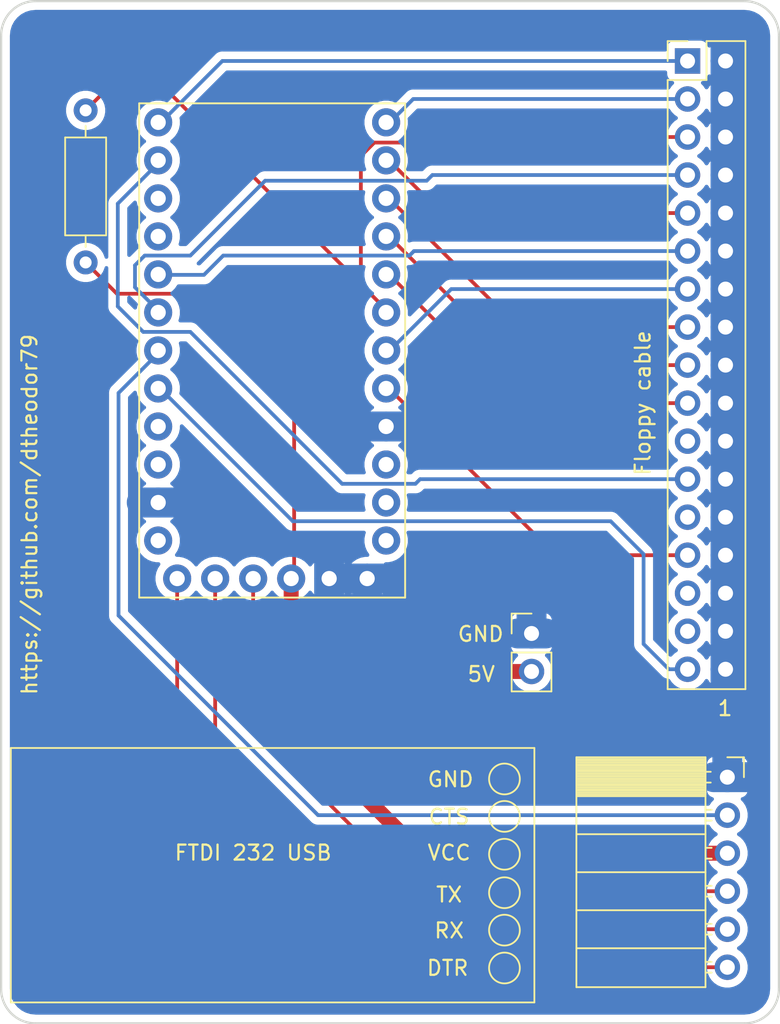
<source format=kicad_pcb>
(kicad_pcb (version 20171130) (host pcbnew "(5.1.6)-1")

  (general
    (thickness 1.6)
    (drawings 13)
    (tracks 111)
    (zones 0)
    (modules 6)
    (nets 1)
  )

  (page A4)
  (title_block
    (date "sam. 04 avril 2015")
  )

  (layers
    (0 F.Cu signal)
    (31 B.Cu signal)
    (32 B.Adhes user)
    (33 F.Adhes user)
    (34 B.Paste user)
    (35 F.Paste user)
    (36 B.SilkS user)
    (37 F.SilkS user)
    (38 B.Mask user)
    (39 F.Mask user)
    (40 Dwgs.User user)
    (41 Cmts.User user)
    (42 Eco1.User user)
    (43 Eco2.User user)
    (44 Edge.Cuts user)
    (45 Margin user)
    (46 B.CrtYd user)
    (47 F.CrtYd user)
    (48 B.Fab user)
    (49 F.Fab user)
  )

  (setup
    (last_trace_width 0.25)
    (user_trace_width 1)
    (user_trace_width 2)
    (trace_clearance 0.2)
    (zone_clearance 0.508)
    (zone_45_only no)
    (trace_min 0.2)
    (via_size 0.6)
    (via_drill 0.4)
    (via_min_size 0.4)
    (via_min_drill 0.3)
    (uvia_size 0.3)
    (uvia_drill 0.1)
    (uvias_allowed no)
    (uvia_min_size 0.2)
    (uvia_min_drill 0.1)
    (edge_width 0.1)
    (segment_width 0.15)
    (pcb_text_width 0.3)
    (pcb_text_size 1.5 1.5)
    (mod_edge_width 0.15)
    (mod_text_size 1 1)
    (mod_text_width 0.15)
    (pad_size 1.7 1.7)
    (pad_drill 1)
    (pad_to_mask_clearance 0)
    (aux_axis_origin 134.493 106.426)
    (visible_elements 7FFFFFFF)
    (pcbplotparams
      (layerselection 0x010fc_ffffffff)
      (usegerberextensions true)
      (usegerberattributes false)
      (usegerberadvancedattributes false)
      (creategerberjobfile false)
      (excludeedgelayer true)
      (linewidth 0.100000)
      (plotframeref false)
      (viasonmask false)
      (mode 1)
      (useauxorigin false)
      (hpglpennumber 1)
      (hpglpenspeed 20)
      (hpglpendiameter 15.000000)
      (psnegative false)
      (psa4output false)
      (plotreference true)
      (plotvalue false)
      (plotinvisibletext false)
      (padsonsilk false)
      (subtractmaskfromsilk true)
      (outputformat 1)
      (mirror false)
      (drillshape 0)
      (scaleselection 1)
      (outputdirectory "amiga_floppy_gerbers/"))
  )

  (net 0 "")

  (net_class Default "This is the default net class."
    (clearance 0.2)
    (trace_width 0.25)
    (via_dia 0.6)
    (via_drill 0.4)
    (uvia_dia 0.3)
    (uvia_drill 0.1)
  )

  (module amiga_floppy:ftdi_232_usb (layer F.Cu) (tedit 617BD8BE) (tstamp 617CBB36)
    (at 172.85 129.4)
    (descr "Through hole straight pin header, 1x06, 2.54mm pitch, single row")
    (tags "Through hole pin header THT 1x06 2.54mm single row")
    (fp_text reference "FTDI 232 USB" (at -18.8 -3) (layer F.SilkS)
      (effects (font (size 1 1) (thickness 0.15)))
    )
    (fp_text value ftdi_232_usb (at -18.2 1.1) (layer F.Fab)
      (effects (font (size 1 1) (thickness 0.15)))
    )
    (fp_line (start -35 -10) (end 0 -10) (layer F.SilkS) (width 0.12))
    (fp_line (start 0 -10) (end 0 7) (layer F.SilkS) (width 0.12))
    (fp_line (start 0 7) (end -35 7) (layer F.SilkS) (width 0.12))
    (fp_line (start -35 7) (end -35 -10) (layer F.SilkS) (width 0.12))
    (fp_circle (center -2 -7.929563) (end -1.5 -7.029563) (layer F.SilkS) (width 0.12))
    (fp_circle (center -2 -5.429563) (end -1.5 -4.529563) (layer F.SilkS) (width 0.12))
    (fp_circle (center -2 -2.9) (end -1.5 -2) (layer F.SilkS) (width 0.12))
    (fp_circle (center -2 2.170437) (end -1.5 3.070437) (layer F.SilkS) (width 0.12))
    (fp_circle (center -2 4.7) (end -1.5 5.6) (layer F.SilkS) (width 0.12))
    (fp_circle (center -2 -0.329563) (end -1.5 0.570437) (layer F.SilkS) (width 0.12))
    (fp_text user GND (at -5.6 -7.9) (layer F.SilkS)
      (effects (font (size 1 1) (thickness 0.15)))
    )
    (fp_text user CTS (at -5.7 -5.4) (layer F.SilkS)
      (effects (font (size 1 1) (thickness 0.15)))
    )
    (fp_text user VCC (at -5.7 -3) (layer F.SilkS)
      (effects (font (size 1 1) (thickness 0.15)))
    )
    (fp_text user TX (at -5.7 -0.2) (layer F.SilkS)
      (effects (font (size 1 1) (thickness 0.15)))
    )
    (fp_text user RX (at -5.7 2.2) (layer F.SilkS)
      (effects (font (size 1 1) (thickness 0.15)))
    )
    (fp_text user DTR (at -5.8 4.7) (layer F.SilkS)
      (effects (font (size 1 1) (thickness 0.15)))
    )
    (model ${KISYS3DMOD}/Connector_PinHeader_2.54mm.3dshapes/PinHeader_1x06_P2.54mm_Horizontal.wrl
      (offset (xyz -0.5 8 2))
      (scale (xyz 1 1 1))
      (rotate (xyz 0 0 0))
    )
    (model "${KIPRJMOD}/3d models/FTDI USB to TTL Serial Adapter.stp"
      (offset (xyz -17.5 25 -6.5))
      (scale (xyz 1 1 1))
      (rotate (xyz -90 0 -90))
    )
  )

  (module Connector_PinSocket_2.54mm:PinSocket_1x06_P2.54mm_Horizontal (layer F.Cu) (tedit 617BCF1B) (tstamp 617CA227)
    (at 185.75 121.35)
    (descr "Through hole angled socket strip, 1x06, 2.54mm pitch, 8.51mm socket length, single row (from Kicad 4.0.7), script generated")
    (tags "Through hole angled socket strip THT 1x06 2.54mm single row")
    (fp_text reference "" (at -4.38 -2.77) (layer F.SilkS)
      (effects (font (size 1 1) (thickness 0.15)))
    )
    (fp_text value "" (at -4.38 15.47) (layer F.Fab)
      (effects (font (size 1 1) (thickness 0.15)))
    )
    (fp_line (start -10.03 -1.27) (end -2.49 -1.27) (layer F.Fab) (width 0.1))
    (fp_line (start -2.49 -1.27) (end -1.52 -0.3) (layer F.Fab) (width 0.1))
    (fp_line (start -1.52 -0.3) (end -1.52 13.97) (layer F.Fab) (width 0.1))
    (fp_line (start -1.52 13.97) (end -10.03 13.97) (layer F.Fab) (width 0.1))
    (fp_line (start -10.03 13.97) (end -10.03 -1.27) (layer F.Fab) (width 0.1))
    (fp_line (start 0 -0.3) (end -1.52 -0.3) (layer F.Fab) (width 0.1))
    (fp_line (start -1.52 0.3) (end 0 0.3) (layer F.Fab) (width 0.1))
    (fp_line (start 0 0.3) (end 0 -0.3) (layer F.Fab) (width 0.1))
    (fp_line (start 0 2.24) (end -1.52 2.24) (layer F.Fab) (width 0.1))
    (fp_line (start -1.52 2.84) (end 0 2.84) (layer F.Fab) (width 0.1))
    (fp_line (start 0 2.84) (end 0 2.24) (layer F.Fab) (width 0.1))
    (fp_line (start 0 4.78) (end -1.52 4.78) (layer F.Fab) (width 0.1))
    (fp_line (start -1.52 5.38) (end 0 5.38) (layer F.Fab) (width 0.1))
    (fp_line (start 0 5.38) (end 0 4.78) (layer F.Fab) (width 0.1))
    (fp_line (start 0 7.32) (end -1.52 7.32) (layer F.Fab) (width 0.1))
    (fp_line (start -1.52 7.92) (end 0 7.92) (layer F.Fab) (width 0.1))
    (fp_line (start 0 7.92) (end 0 7.32) (layer F.Fab) (width 0.1))
    (fp_line (start 0 9.86) (end -1.52 9.86) (layer F.Fab) (width 0.1))
    (fp_line (start -1.52 10.46) (end 0 10.46) (layer F.Fab) (width 0.1))
    (fp_line (start 0 10.46) (end 0 9.86) (layer F.Fab) (width 0.1))
    (fp_line (start 0 12.4) (end -1.52 12.4) (layer F.Fab) (width 0.1))
    (fp_line (start -1.52 13) (end 0 13) (layer F.Fab) (width 0.1))
    (fp_line (start 0 13) (end 0 12.4) (layer F.Fab) (width 0.1))
    (fp_line (start -10.09 -1.21) (end -1.46 -1.21) (layer F.SilkS) (width 0.12))
    (fp_line (start -10.09 -1.091905) (end -1.46 -1.091905) (layer F.SilkS) (width 0.12))
    (fp_line (start -10.09 -0.97381) (end -1.46 -0.97381) (layer F.SilkS) (width 0.12))
    (fp_line (start -10.09 -0.855715) (end -1.46 -0.855715) (layer F.SilkS) (width 0.12))
    (fp_line (start -10.09 -0.73762) (end -1.46 -0.73762) (layer F.SilkS) (width 0.12))
    (fp_line (start -10.09 -0.619525) (end -1.46 -0.619525) (layer F.SilkS) (width 0.12))
    (fp_line (start -10.09 -0.50143) (end -1.46 -0.50143) (layer F.SilkS) (width 0.12))
    (fp_line (start -10.09 -0.383335) (end -1.46 -0.383335) (layer F.SilkS) (width 0.12))
    (fp_line (start -10.09 -0.26524) (end -1.46 -0.26524) (layer F.SilkS) (width 0.12))
    (fp_line (start -10.09 -0.147145) (end -1.46 -0.147145) (layer F.SilkS) (width 0.12))
    (fp_line (start -10.09 -0.02905) (end -1.46 -0.02905) (layer F.SilkS) (width 0.12))
    (fp_line (start -10.09 0.089045) (end -1.46 0.089045) (layer F.SilkS) (width 0.12))
    (fp_line (start -10.09 0.20714) (end -1.46 0.20714) (layer F.SilkS) (width 0.12))
    (fp_line (start -10.09 0.325235) (end -1.46 0.325235) (layer F.SilkS) (width 0.12))
    (fp_line (start -10.09 0.44333) (end -1.46 0.44333) (layer F.SilkS) (width 0.12))
    (fp_line (start -10.09 0.561425) (end -1.46 0.561425) (layer F.SilkS) (width 0.12))
    (fp_line (start -10.09 0.67952) (end -1.46 0.67952) (layer F.SilkS) (width 0.12))
    (fp_line (start -10.09 0.797615) (end -1.46 0.797615) (layer F.SilkS) (width 0.12))
    (fp_line (start -10.09 0.91571) (end -1.46 0.91571) (layer F.SilkS) (width 0.12))
    (fp_line (start -10.09 1.033805) (end -1.46 1.033805) (layer F.SilkS) (width 0.12))
    (fp_line (start -10.09 1.1519) (end -1.46 1.1519) (layer F.SilkS) (width 0.12))
    (fp_line (start -1.46 -0.36) (end -1.11 -0.36) (layer F.SilkS) (width 0.12))
    (fp_line (start -1.46 0.36) (end -1.11 0.36) (layer F.SilkS) (width 0.12))
    (fp_line (start -1.46 2.18) (end -1.05 2.18) (layer F.SilkS) (width 0.12))
    (fp_line (start -1.46 2.9) (end -1.05 2.9) (layer F.SilkS) (width 0.12))
    (fp_line (start -1.46 4.72) (end -1.05 4.72) (layer F.SilkS) (width 0.12))
    (fp_line (start -1.46 5.44) (end -1.05 5.44) (layer F.SilkS) (width 0.12))
    (fp_line (start -1.46 7.26) (end -1.05 7.26) (layer F.SilkS) (width 0.12))
    (fp_line (start -1.46 7.98) (end -1.05 7.98) (layer F.SilkS) (width 0.12))
    (fp_line (start -1.46 9.8) (end -1.05 9.8) (layer F.SilkS) (width 0.12))
    (fp_line (start -1.46 10.52) (end -1.05 10.52) (layer F.SilkS) (width 0.12))
    (fp_line (start -1.46 12.34) (end -1.05 12.34) (layer F.SilkS) (width 0.12))
    (fp_line (start -1.46 13.06) (end -1.05 13.06) (layer F.SilkS) (width 0.12))
    (fp_line (start -10.09 1.27) (end -1.46 1.27) (layer F.SilkS) (width 0.12))
    (fp_line (start -10.09 3.81) (end -1.46 3.81) (layer F.SilkS) (width 0.12))
    (fp_line (start -10.09 6.35) (end -1.46 6.35) (layer F.SilkS) (width 0.12))
    (fp_line (start -10.09 8.89) (end -1.46 8.89) (layer F.SilkS) (width 0.12))
    (fp_line (start -10.09 11.43) (end -1.46 11.43) (layer F.SilkS) (width 0.12))
    (fp_line (start -10.09 -1.33) (end -1.46 -1.33) (layer F.SilkS) (width 0.12))
    (fp_line (start -1.46 -1.33) (end -1.46 14.03) (layer F.SilkS) (width 0.12))
    (fp_line (start -10.09 14.03) (end -1.46 14.03) (layer F.SilkS) (width 0.12))
    (fp_line (start -10.09 -1.33) (end -10.09 14.03) (layer F.SilkS) (width 0.12))
    (fp_line (start 1.11 -1.33) (end 1.11 0) (layer F.SilkS) (width 0.12))
    (fp_line (start 0 -1.33) (end 1.11 -1.33) (layer F.SilkS) (width 0.12))
    (fp_line (start 1.75 -1.8) (end -10.55 -1.8) (layer F.CrtYd) (width 0.05))
    (fp_line (start -10.55 -1.8) (end -10.55 14.45) (layer F.CrtYd) (width 0.05))
    (fp_line (start -10.55 14.45) (end 1.75 14.45) (layer F.CrtYd) (width 0.05))
    (fp_line (start 1.75 14.45) (end 1.75 -1.8) (layer F.CrtYd) (width 0.05))
    (fp_text user %R (at -5.775 6.35 90) (layer F.Fab)
      (effects (font (size 1 1) (thickness 0.15)))
    )
    (pad DTR thru_hole oval (at 0 12.7) (size 1.7 1.7) (drill 1) (layers *.Cu *.Mask))
    (pad RX thru_hole oval (at 0 10.16) (size 1.7 1.7) (drill 1) (layers *.Cu *.Mask))
    (pad TX thru_hole oval (at 0 7.62) (size 1.7 1.7) (drill 1) (layers *.Cu *.Mask))
    (pad 5V thru_hole oval (at 0 5.08) (size 1.7 1.7) (drill 1) (layers *.Cu *.Mask))
    (pad CTS thru_hole oval (at 0 2.54) (size 1.7 1.7) (drill 1) (layers *.Cu *.Mask))
    (pad GND thru_hole rect (at 0 0) (size 1.7 1.7) (drill 1) (layers *.Cu *.Mask))
    (model ${KISYS3DMOD}/Connector_PinSocket_2.54mm.3dshapes/PinSocket_1x06_P2.54mm_Horizontal.wrl
      (offset (xyz 0 0 2))
      (scale (xyz 1 1 1))
      (rotate (xyz 0 0 0))
    )
  )

  (module arduino_pro_mini:MODULE_ARDUINO_PRO_MINI (layer F.Cu) (tedit 617BCBF4) (tstamp 617C7D4F)
    (at 155.32 92.84 180)
    (fp_text reference "" (at -5.825 -17.635 180) (layer F.SilkS)
      (effects (font (size 1 1) (thickness 0.15)))
    )
    (fp_text value "" (at 5.605 17.865 180) (layer F.Fab)
      (effects (font (size 1 1) (thickness 0.15)))
    )
    (fp_line (start -9.14 16.76) (end -9.14 -16.76) (layer F.CrtYd) (width 0.05))
    (fp_line (start 9.14 16.76) (end -9.14 16.76) (layer F.CrtYd) (width 0.05))
    (fp_line (start 9.14 -16.76) (end 9.14 16.76) (layer F.CrtYd) (width 0.05))
    (fp_line (start -9.14 -16.76) (end 9.14 -16.76) (layer F.CrtYd) (width 0.05))
    (fp_line (start 8.89 -16.51) (end -8.89 -16.51) (layer F.Fab) (width 0.127))
    (fp_line (start 8.89 16.51) (end 8.89 -16.51) (layer F.Fab) (width 0.127))
    (fp_line (start -8.89 16.51) (end 8.89 16.51) (layer F.Fab) (width 0.127))
    (fp_line (start -8.89 -16.51) (end -8.89 16.51) (layer F.Fab) (width 0.127))
    (fp_line (start 8.89 -16.51) (end -8.89 -16.51) (layer F.SilkS) (width 0.127))
    (fp_line (start 8.89 16.51) (end 8.89 -16.51) (layer F.SilkS) (width 0.127))
    (fp_line (start -8.89 16.51) (end 8.89 16.51) (layer F.SilkS) (width 0.127))
    (fp_line (start -8.89 -16.51) (end -8.89 16.51) (layer F.SilkS) (width 0.127))
    (pad TX0 thru_hole circle (at -7.62 -12.7 180) (size 1.8796 1.8796) (drill 1.016) (layers *.Cu *.Mask))
    (pad RXI thru_hole circle (at -7.62 -10.16 180) (size 1.8796 1.8796) (drill 1.016) (layers *.Cu *.Mask))
    (pad RST thru_hole circle (at -7.62 -7.62 180) (size 1.8796 1.8796) (drill 1.016) (layers *.Cu *.Mask))
    (pad GND thru_hole circle (at -7.62 -5.08 180) (size 1.8796 1.8796) (drill 1.016) (layers *.Cu *.Mask))
    (pad 2 thru_hole circle (at -7.62 -2.54 180) (size 1.8796 1.8796) (drill 1.016) (layers *.Cu *.Mask))
    (pad 3 thru_hole circle (at -7.62 0 180) (size 1.8796 1.8796) (drill 1.016) (layers *.Cu *.Mask))
    (pad 4 thru_hole circle (at -7.62 2.54 180) (size 1.8796 1.8796) (drill 1.016) (layers *.Cu *.Mask))
    (pad 5 thru_hole circle (at -7.62 5.08 180) (size 1.8796 1.8796) (drill 1.016) (layers *.Cu *.Mask))
    (pad 6 thru_hole circle (at -7.62 7.62 180) (size 1.8796 1.8796) (drill 1.016) (layers *.Cu *.Mask))
    (pad 7 thru_hole circle (at -7.62 10.16 180) (size 1.8796 1.8796) (drill 1.016) (layers *.Cu *.Mask))
    (pad 8 thru_hole circle (at -7.62 12.7 180) (size 1.8796 1.8796) (drill 1.016) (layers *.Cu *.Mask))
    (pad 9 thru_hole circle (at -7.62 15.24 180) (size 1.8796 1.8796) (drill 1.016) (layers *.Cu *.Mask))
    (pad 10 thru_hole circle (at 7.62 15.24 180) (size 1.8796 1.8796) (drill 1.016) (layers *.Cu *.Mask))
    (pad 11 thru_hole circle (at 7.62 12.7 180) (size 1.8796 1.8796) (drill 1.016) (layers *.Cu *.Mask))
    (pad GND-12 thru_hole circle (at 7.62 10.16 180) (size 1.8796 1.8796) (drill 1.016) (layers *.Cu *.Mask))
    (pad 13 thru_hole circle (at 7.62 7.62 180) (size 1.8796 1.8796) (drill 1.016) (layers *.Cu *.Mask))
    (pad A0 thru_hole circle (at 7.62 5.08 180) (size 1.8796 1.8796) (drill 1.016) (layers *.Cu *.Mask))
    (pad A1 thru_hole circle (at 7.62 2.54 180) (size 1.8796 1.8796) (drill 1.016) (layers *.Cu *.Mask))
    (pad A2 thru_hole circle (at 7.62 0 180) (size 1.8796 1.8796) (drill 1.016) (layers *.Cu *.Mask))
    (pad A3 thru_hole circle (at 7.62 -2.54 180) (size 1.8796 1.8796) (drill 1.016) (layers *.Cu *.Mask))
    (pad VCC thru_hole circle (at 7.62 -5.08 180) (size 1.8796 1.8796) (drill 1.016) (layers *.Cu *.Mask))
    (pad RST thru_hole circle (at 7.62 -7.62 180) (size 1.8796 1.8796) (drill 1.016) (layers *.Cu *.Mask))
    (pad GND thru_hole circle (at 7.62 -10.16 180) (size 1.8796 1.8796) (drill 1.016) (layers *.Cu *.Mask))
    (pad RAW thru_hole circle (at 7.62 -12.7 180) (size 1.8796 1.8796) (drill 1.016) (layers *.Cu *.Mask))
    (pad GND thru_hole circle (at -6.35 -15.24 180) (size 1.8796 1.8796) (drill 1.016) (layers *.Cu *.Mask))
    (pad GND thru_hole circle (at -3.81 -15.24 180) (size 1.8796 1.8796) (drill 1.016) (layers *.Cu *.Mask))
    (pad 5V thru_hole circle (at -1.27 -15.24 180) (size 1.8796 1.8796) (drill 1.016) (layers *.Cu *.Mask))
    (pad RX thru_hole circle (at 1.27 -15.24 180) (size 1.8796 1.8796) (drill 1.016) (layers *.Cu *.Mask))
    (pad TX thru_hole circle (at 3.81 -15.24 180) (size 1.8796 1.8796) (drill 1.016) (layers *.Cu *.Mask))
    (pad DTS thru_hole circle (at 6.35 -15.24 180) (size 1.8796 1.8796) (drill 1.016) (layers *.Cu *.Mask))
    (model ${KISYS3DMOD}/Connector_PinSocket_2.54mm.3dshapes/PinSocket_1x06_P2.54mm_Vertical.wrl
      (offset (xyz 6.5 15 0))
      (scale (xyz 1 1 1))
      (rotate (xyz 0 0 90))
    )
    (model ${KISYS3DMOD}/Connector_PinSocket_2.54mm.3dshapes/PinSocket_1x12_P2.54mm_Vertical.wrl
      (offset (xyz -7.5 12.5 0))
      (scale (xyz 1 1 1))
      (rotate (xyz 0 0 0))
    )
    (model ${KISYS3DMOD}/Connector_PinSocket_2.54mm.3dshapes/PinSocket_1x12_P2.54mm_Vertical.wrl
      (offset (xyz 8 12.5 0))
      (scale (xyz 1 1 1))
      (rotate (xyz 0 0 0))
    )
    (model "${KIPRJMOD}/3d models/Arduino pro mini.STEP"
      (offset (xyz -14 25 -5.5))
      (scale (xyz 1 1 1))
      (rotate (xyz -90 0 0))
    )
  )

  (module Connector_PinHeader_2.54mm:PinHeader_1x02_P2.54mm_Vertical (layer F.Cu) (tedit 60F2DC4B) (tstamp 60F33FBA)
    (at 172.66 111.75)
    (descr "Through hole straight pin header, 1x02, 2.54mm pitch, single row")
    (tags "Through hole pin header THT 1x02 2.54mm single row")
    (fp_text reference "" (at 0 -2.33) (layer F.SilkS)
      (effects (font (size 1 1) (thickness 0.15)))
    )
    (fp_text value "" (at 0 4.87) (layer F.Fab)
      (effects (font (size 1 1) (thickness 0.15)))
    )
    (fp_line (start 1.8 -1.8) (end -1.8 -1.8) (layer F.CrtYd) (width 0.05))
    (fp_line (start 1.8 4.35) (end 1.8 -1.8) (layer F.CrtYd) (width 0.05))
    (fp_line (start -1.8 4.35) (end 1.8 4.35) (layer F.CrtYd) (width 0.05))
    (fp_line (start -1.8 -1.8) (end -1.8 4.35) (layer F.CrtYd) (width 0.05))
    (fp_line (start -1.33 -1.33) (end 0 -1.33) (layer F.SilkS) (width 0.12))
    (fp_line (start -1.33 0) (end -1.33 -1.33) (layer F.SilkS) (width 0.12))
    (fp_line (start -1.33 1.27) (end 1.33 1.27) (layer F.SilkS) (width 0.12))
    (fp_line (start 1.33 1.27) (end 1.33 3.87) (layer F.SilkS) (width 0.12))
    (fp_line (start -1.33 1.27) (end -1.33 3.87) (layer F.SilkS) (width 0.12))
    (fp_line (start -1.33 3.87) (end 1.33 3.87) (layer F.SilkS) (width 0.12))
    (fp_line (start -1.27 -0.635) (end -0.635 -1.27) (layer F.Fab) (width 0.1))
    (fp_line (start -1.27 3.81) (end -1.27 -0.635) (layer F.Fab) (width 0.1))
    (fp_line (start 1.27 3.81) (end -1.27 3.81) (layer F.Fab) (width 0.1))
    (fp_line (start 1.27 -1.27) (end 1.27 3.81) (layer F.Fab) (width 0.1))
    (fp_line (start -0.635 -1.27) (end 1.27 -1.27) (layer F.Fab) (width 0.1))
    (fp_text user %R (at 0 1.27 90) (layer F.Fab)
      (effects (font (size 1 1) (thickness 0.15)))
    )
    (pad 2 thru_hole oval (at 0 2.54) (size 1.7 1.7) (drill 1) (layers *.Cu *.Mask))
    (pad GND thru_hole rect (at 0 0) (size 1.7 1.7) (drill 1) (layers *.Cu *.Mask))
    (model ${KISYS3DMOD}/Connector_PinHeader_2.54mm.3dshapes/PinHeader_1x02_P2.54mm_Vertical.wrl
      (at (xyz 0 0 0))
      (scale (xyz 1 1 1))
      (rotate (xyz 0 0 0))
    )
  )

  (module Resistor_THT:R_Axial_DIN0207_L6.3mm_D2.5mm_P10.16mm_Horizontal (layer F.Cu) (tedit 60F27F50) (tstamp 60F1FCBB)
    (at 142.85 76.8 270)
    (descr "Resistor, Axial_DIN0207 series, Axial, Horizontal, pin pitch=10.16mm, 0.25W = 1/4W, length*diameter=6.3*2.5mm^2, http://cdn-reichelt.de/documents/datenblatt/B400/1_4W%23YAG.pdf")
    (tags "Resistor Axial_DIN0207 series Axial Horizontal pin pitch 10.16mm 0.25W = 1/4W length 6.3mm diameter 2.5mm")
    (fp_text reference "" (at 5.08 -2.37 90) (layer F.SilkS)
      (effects (font (size 1 1) (thickness 0.15)))
    )
    (fp_text value "" (at 5.08 2.37 90) (layer F.Fab)
      (effects (font (size 1 1) (thickness 0.15)))
    )
    (fp_line (start 1.93 -1.25) (end 1.93 1.25) (layer F.Fab) (width 0.1))
    (fp_line (start 1.93 1.25) (end 8.23 1.25) (layer F.Fab) (width 0.1))
    (fp_line (start 8.23 1.25) (end 8.23 -1.25) (layer F.Fab) (width 0.1))
    (fp_line (start 8.23 -1.25) (end 1.93 -1.25) (layer F.Fab) (width 0.1))
    (fp_line (start 0 0) (end 1.93 0) (layer F.Fab) (width 0.1))
    (fp_line (start 10.16 0) (end 8.23 0) (layer F.Fab) (width 0.1))
    (fp_line (start 1.81 -1.37) (end 1.81 1.37) (layer F.SilkS) (width 0.12))
    (fp_line (start 1.81 1.37) (end 8.35 1.37) (layer F.SilkS) (width 0.12))
    (fp_line (start 8.35 1.37) (end 8.35 -1.37) (layer F.SilkS) (width 0.12))
    (fp_line (start 8.35 -1.37) (end 1.81 -1.37) (layer F.SilkS) (width 0.12))
    (fp_line (start 1.04 0) (end 1.81 0) (layer F.SilkS) (width 0.12))
    (fp_line (start 9.12 0) (end 8.35 0) (layer F.SilkS) (width 0.12))
    (fp_line (start -1.05 -1.5) (end -1.05 1.5) (layer F.CrtYd) (width 0.05))
    (fp_line (start -1.05 1.5) (end 11.21 1.5) (layer F.CrtYd) (width 0.05))
    (fp_line (start 11.21 1.5) (end 11.21 -1.5) (layer F.CrtYd) (width 0.05))
    (fp_line (start 11.21 -1.5) (end -1.05 -1.5) (layer F.CrtYd) (width 0.05))
    (fp_text user %R (at 5.08 0 90) (layer F.Fab)
      (effects (font (size 1 1) (thickness 0.15)))
    )
    (pad 4A thru_hole circle (at 0 0 270) (size 1.6 1.6) (drill 0.8) (layers *.Cu *.Mask))
    (pad VCC thru_hole oval (at 10.16 0 270) (size 1.6 1.6) (drill 0.8) (layers *.Cu *.Mask))
    (model ${KISYS3DMOD}/Resistor_THT.3dshapes/R_Axial_DIN0207_L6.3mm_D2.5mm_P10.16mm_Horizontal.wrl
      (at (xyz 0 0 0))
      (scale (xyz 1 1 1))
      (rotate (xyz 0 0 0))
    )
  )

  (module Connector_PinHeader_2.54mm:PinHeader_2x17_P2.54mm_Vertical (layer F.Cu) (tedit 60F1A3B1) (tstamp 60F1E7E1)
    (at 183.09 73.5)
    (descr "Through hole straight pin header, 2x17, 2.54mm pitch, double rows")
    (tags "Through hole pin header THT 2x17 2.54mm double row")
    (fp_text reference "" (at 1.27 -2.33) (layer F.SilkS)
      (effects (font (size 1 1) (thickness 0.15)))
    )
    (fp_text value "" (at 1.27 42.97) (layer F.Fab)
      (effects (font (size 1 1) (thickness 0.15)))
    )
    (fp_line (start 0 -1.27) (end 3.81 -1.27) (layer F.Fab) (width 0.1))
    (fp_line (start 3.81 -1.27) (end 3.81 41.91) (layer F.Fab) (width 0.1))
    (fp_line (start 3.81 41.91) (end -1.27 41.91) (layer F.Fab) (width 0.1))
    (fp_line (start -1.27 41.91) (end -1.27 0) (layer F.Fab) (width 0.1))
    (fp_line (start -1.27 0) (end 0 -1.27) (layer F.Fab) (width 0.1))
    (fp_line (start -1.33 41.97) (end 3.87 41.97) (layer F.SilkS) (width 0.12))
    (fp_line (start -1.33 1.27) (end -1.33 41.97) (layer F.SilkS) (width 0.12))
    (fp_line (start 3.87 -1.33) (end 3.87 41.97) (layer F.SilkS) (width 0.12))
    (fp_line (start -1.33 1.27) (end 1.27 1.27) (layer F.SilkS) (width 0.12))
    (fp_line (start 1.27 1.27) (end 1.27 -1.33) (layer F.SilkS) (width 0.12))
    (fp_line (start 1.27 -1.33) (end 3.87 -1.33) (layer F.SilkS) (width 0.12))
    (fp_line (start -1.33 0) (end -1.33 -1.33) (layer F.SilkS) (width 0.12))
    (fp_line (start -1.33 -1.33) (end 0 -1.33) (layer F.SilkS) (width 0.12))
    (fp_line (start -1.8 -1.8) (end -1.8 42.45) (layer F.CrtYd) (width 0.05))
    (fp_line (start -1.8 42.45) (end 4.35 42.45) (layer F.CrtYd) (width 0.05))
    (fp_line (start 4.35 42.45) (end 4.35 -1.8) (layer F.CrtYd) (width 0.05))
    (fp_line (start 4.35 -1.8) (end -1.8 -1.8) (layer F.CrtYd) (width 0.05))
    (fp_text user %R (at 1.27 20.32 90) (layer F.Fab)
      (effects (font (size 1 1) (thickness 0.15)))
    )
    (pad GND thru_hole oval (at 2.54 40.64) (size 1.7 1.7) (drill 1) (layers *.Cu *.Mask))
    (pad A3 thru_hole oval (at 0 40.64) (size 1.7 1.7) (drill 1) (layers *.Cu *.Mask))
    (pad GND thru_hole oval (at 2.54 38.1) (size 1.7 1.7) (drill 1) (layers *.Cu *.Mask))
    (pad NC thru_hole oval (at 0 38.1) (size 1.7 1.7) (drill 1) (layers *.Cu *.Mask))
    (pad GND thru_hole oval (at 2.54 35.56) (size 1.7 1.7) (drill 1) (layers *.Cu *.Mask))
    (pad NC thru_hole oval (at 0 35.56) (size 1.7 1.7) (drill 1) (layers *.Cu *.Mask))
    (pad GND thru_hole oval (at 2.54 33.02) (size 1.7 1.7) (drill 1) (layers *.Cu *.Mask))
    (pad PIN2 thru_hole oval (at 0 33.02) (size 1.7 1.7) (drill 1) (layers *.Cu *.Mask))
    (pad GND thru_hole oval (at 2.54 30.48) (size 1.7 1.7) (drill 1) (layers *.Cu *.Mask))
    (pad NC thru_hole oval (at 0 30.48) (size 1.7 1.7) (drill 1) (layers *.Cu *.Mask))
    (pad GND thru_hole oval (at 2.54 27.94) (size 1.7 1.7) (drill 1) (layers *.Cu *.Mask))
    (pad PIN11 thru_hole oval (at 0 27.94) (size 1.7 1.7) (drill 1) (layers *.Cu *.Mask))
    (pad GND thru_hole oval (at 2.54 25.4) (size 1.7 1.7) (drill 1) (layers *.Cu *.Mask))
    (pad NC thru_hole oval (at 0 25.4) (size 1.7 1.7) (drill 1) (layers *.Cu *.Mask))
    (pad GND thru_hole oval (at 2.54 22.86) (size 1.7 1.7) (drill 1) (layers *.Cu *.Mask))
    (pad PIN5 thru_hole oval (at 0 22.86) (size 1.7 1.7) (drill 1) (layers *.Cu *.Mask))
    (pad GND thru_hole oval (at 2.54 20.32) (size 1.7 1.7) (drill 1) (layers *.Cu *.Mask))
    (pad PIN6 thru_hole oval (at 0 20.32) (size 1.7 1.7) (drill 1) (layers *.Cu *.Mask))
    (pad GND thru_hole oval (at 2.54 17.78) (size 1.7 1.7) (drill 1) (layers *.Cu *.Mask))
    (pad PIN7 thru_hole oval (at 0 17.78) (size 1.7 1.7) (drill 1) (layers *.Cu *.Mask))
    (pad GND thru_hole oval (at 2.54 15.24) (size 1.7 1.7) (drill 1) (layers *.Cu *.Mask))
    (pad PIN3 thru_hole oval (at 0 15.24) (size 1.7 1.7) (drill 1) (layers *.Cu *.Mask))
    (pad GND thru_hole oval (at 2.54 12.7) (size 1.7 1.7) (drill 1) (layers *.Cu *.Mask))
    (pad A0 thru_hole oval (at 0 12.7) (size 1.7 1.7) (drill 1) (layers *.Cu *.Mask))
    (pad GND thru_hole oval (at 2.54 10.16) (size 1.7 1.7) (drill 1) (layers *.Cu *.Mask))
    (pad PIN8 thru_hole oval (at 0 10.16) (size 1.7 1.7) (drill 1) (layers *.Cu *.Mask))
    (pad GND thru_hole oval (at 2.54 7.62) (size 1.7 1.7) (drill 1) (layers *.Cu *.Mask))
    (pad A1 thru_hole oval (at 0 7.62) (size 1.7 1.7) (drill 1) (layers *.Cu *.Mask))
    (pad GND thru_hole oval (at 2.54 5.08) (size 1.7 1.7) (drill 1) (layers *.Cu *.Mask))
    (pad PIN4 thru_hole oval (at 0 5.08) (size 1.7 1.7) (drill 1) (layers *.Cu *.Mask))
    (pad GND thru_hole oval (at 2.54 2.54) (size 1.7 1.7) (drill 1) (layers *.Cu *.Mask))
    (pad PIN9 thru_hole oval (at 0 2.54) (size 1.7 1.7) (drill 1) (layers *.Cu *.Mask))
    (pad GND thru_hole oval (at 2.54 0) (size 1.7 1.7) (drill 1) (layers *.Cu *.Mask))
    (pad PIN10 thru_hole rect (at 0 0) (size 1.7 1.7) (drill 1) (layers *.Cu *.Mask))
    (model ${KISYS3DMOD}/Connector_PinHeader_2.54mm.3dshapes/PinHeader_2x17_P2.54mm_Vertical.wrl
      (at (xyz 0 0 0))
      (scale (xyz 1 1 1))
      (rotate (xyz 0 0 0))
    )
  )

  (gr_text "Floppy cable" (at 180.1 96.35 90) (layer F.SilkS) (tstamp 617CD9FC)
    (effects (font (size 1 1) (thickness 0.15)))
  )
  (gr_text 1 (at 185.6 116.75) (layer F.SilkS) (tstamp 617CD9F7)
    (effects (font (size 1 1) (thickness 0.15)))
  )
  (gr_text GND (at 169.26 111.79) (layer F.SilkS) (tstamp 60F3404B)
    (effects (font (size 1 1) (thickness 0.15)))
  )
  (gr_text 5V (at 169.3 114.47) (layer F.SilkS)
    (effects (font (size 1 1) (thickness 0.15)))
  )
  (gr_text https://github.com/dtheodor79 (at 139.1 103.8 90) (layer F.SilkS) (tstamp 60F2845E)
    (effects (font (size 1 1) (thickness 0.15)))
  )
  (gr_line (start 186.9 69.5) (end 139.5 69.5) (layer Edge.Cuts) (width 0.15) (tstamp 60F2EC20))
  (gr_line (start 189.2 135.5) (end 189.2 71.8) (layer Edge.Cuts) (width 0.15) (tstamp 60F2EC14))
  (gr_arc (start 186.9 135.5) (end 186.9 137.8) (angle -90) (layer Edge.Cuts) (width 0.15) (tstamp 60F2EBF2))
  (gr_arc (start 186.9 71.8) (end 189.2 71.8) (angle -90) (layer Edge.Cuts) (width 0.15) (tstamp 60F2EBF0))
  (gr_arc (start 139.5 135.5) (end 137.2 135.5) (angle -90) (layer Edge.Cuts) (width 0.15) (tstamp 60F2EBEE))
  (gr_line (start 186.9 137.8) (end 139.5 137.8) (layer Edge.Cuts) (width 0.15) (tstamp 60F28368))
  (gr_line (start 137.2 135.5) (end 137.2 71.8) (layer Edge.Cuts) (width 0.15) (tstamp 60F28368))
  (gr_arc (start 139.5 71.8) (end 139.5 69.5) (angle -90) (layer Edge.Cuts) (width 0.15) (tstamp 60F282E7))

  (segment (start 163.29 77.76) (end 163.16 77.63) (width 0.25) (layer F.Cu) (net 0))
  (segment (start 151.99 73.5) (end 147.86 77.63) (width 0.25) (layer B.Cu) (net 0))
  (segment (start 183.09 73.5) (end 151.99 73.5) (width 0.25) (layer B.Cu) (net 0))
  (segment (start 146.15 88.62) (end 147.86 90.33) (width 0.25) (layer B.Cu) (net 0))
  (segment (start 146.15 87.15) (end 146.15 88.62) (width 0.25) (layer B.Cu) (net 0))
  (segment (start 166.03 81.12) (end 165.65 81.5) (width 0.25) (layer B.Cu) (net 0))
  (segment (start 183.09 81.12) (end 166.03 81.12) (width 0.25) (layer B.Cu) (net 0))
  (segment (start 154.85 81.5) (end 149.85 86.5) (width 0.25) (layer B.Cu) (net 0))
  (segment (start 165.65 81.5) (end 154.85 81.5) (width 0.25) (layer B.Cu) (net 0))
  (segment (start 146.8 86.5) (end 146.15 87.15) (width 0.25) (layer B.Cu) (net 0))
  (segment (start 149.85 86.5) (end 146.8 86.5) (width 0.25) (layer B.Cu) (net 0))
  (segment (start 183.09 86.2) (end 164.8 86.2) (width 0.25) (layer B.Cu) (net 0))
  (segment (start 164.8 86.2) (end 164.5 86.5) (width 0.25) (layer B.Cu) (net 0))
  (segment (start 164.5 86.5) (end 152.05 86.5) (width 0.25) (layer B.Cu) (net 0))
  (segment (start 150.76 87.79) (end 147.86 87.79) (width 0.25) (layer B.Cu) (net 0))
  (segment (start 152.05 86.5) (end 150.76 87.79) (width 0.25) (layer B.Cu) (net 0))
  (segment (start 145 83.03) (end 147.86 80.17) (width 0.25) (layer B.Cu) (net 0))
  (segment (start 145 89.9) (end 145 83.03) (width 0.25) (layer B.Cu) (net 0))
  (segment (start 146.7 91.6) (end 145 89.9) (width 0.25) (layer B.Cu) (net 0))
  (segment (start 165.21 101.44) (end 164.9 101.75) (width 0.25) (layer B.Cu) (net 0))
  (segment (start 160 101.75) (end 149.85 91.6) (width 0.25) (layer B.Cu) (net 0))
  (segment (start 183.09 101.44) (end 165.21 101.44) (width 0.25) (layer B.Cu) (net 0))
  (segment (start 149.85 91.6) (end 146.7 91.6) (width 0.25) (layer B.Cu) (net 0))
  (segment (start 164.9 101.75) (end 160 101.75) (width 0.25) (layer B.Cu) (net 0))
  (segment (start 181.84 114.14) (end 180.15 112.45) (width 0.25) (layer B.Cu) (net 0))
  (segment (start 183.09 114.14) (end 181.84 114.14) (width 0.25) (layer B.Cu) (net 0))
  (segment (start 156.7 104.25) (end 147.86 95.41) (width 0.25) (layer B.Cu) (net 0))
  (segment (start 180.15 106.45) (end 177.95 104.25) (width 0.25) (layer B.Cu) (net 0))
  (segment (start 180.15 112.45) (end 180.15 106.45) (width 0.25) (layer B.Cu) (net 0))
  (segment (start 177.95 104.25) (end 156.7 104.25) (width 0.25) (layer B.Cu) (net 0))
  (segment (start 164.75 76.04) (end 163.16 77.63) (width 0.25) (layer B.Cu) (net 0))
  (segment (start 183.09 76.04) (end 164.75 76.04) (width 0.25) (layer B.Cu) (net 0))
  (segment (start 167.29 88.74) (end 163.16 92.87) (width 0.25) (layer B.Cu) (net 0))
  (segment (start 183.09 88.74) (end 167.29 88.74) (width 0.25) (layer B.Cu) (net 0))
  (segment (start 166.65 83.66) (end 163.16 80.17) (width 0.25) (layer F.Cu) (net 0))
  (segment (start 183.09 83.66) (end 166.65 83.66) (width 0.25) (layer F.Cu) (net 0))
  (segment (start 171.73 91.28) (end 163.16 82.71) (width 0.25) (layer F.Cu) (net 0))
  (segment (start 183.09 91.28) (end 171.73 91.28) (width 0.25) (layer F.Cu) (net 0))
  (segment (start 171.73 93.82) (end 163.16 85.25) (width 0.25) (layer F.Cu) (net 0))
  (segment (start 183.09 93.82) (end 171.73 93.82) (width 0.25) (layer F.Cu) (net 0))
  (segment (start 171.73 96.36) (end 163.16 87.79) (width 0.25) (layer F.Cu) (net 0))
  (segment (start 183.09 96.36) (end 171.73 96.36) (width 0.25) (layer F.Cu) (net 0))
  (segment (start 183.09 78.58) (end 165.02 78.58) (width 0.25) (layer F.Cu) (net 0))
  (segment (start 165.02 78.58) (end 164.65 78.95) (width 0.25) (layer F.Cu) (net 0))
  (segment (start 164.65 78.95) (end 162.15 78.95) (width 0.25) (layer F.Cu) (net 0))
  (segment (start 162.15 78.95) (end 161.25 79.85) (width 0.25) (layer F.Cu) (net 0))
  (segment (start 161.25 88.42) (end 163.16 90.33) (width 0.25) (layer F.Cu) (net 0))
  (segment (start 161.25 79.85) (end 161.25 88.42) (width 0.25) (layer F.Cu) (net 0))
  (segment (start 174.27 106.52) (end 163.16 95.41) (width 0.25) (layer F.Cu) (net 0))
  (segment (start 183.09 106.52) (end 174.27 106.52) (width 0.25) (layer F.Cu) (net 0))
  (segment (start 142.85 76.8) (end 144.35 75.3) (width 0.25) (layer F.Cu) (net 0))
  (segment (start 148.13 75.3) (end 161.25 88.42) (width 0.25) (layer F.Cu) (net 0))
  (segment (start 144.35 75.3) (end 148.13 75.3) (width 0.25) (layer F.Cu) (net 0))
  (segment (start 142.85 86.96) (end 144.94 89.05) (width 0.25) (layer F.Cu) (net 0))
  (segment (start 144.94 89.05) (end 149.25 89.05) (width 0.25) (layer F.Cu) (net 0))
  (segment (start 156.79 96.59) (end 156.79 108.16) (width 0.25) (layer F.Cu) (net 0))
  (segment (start 149.25 89.05) (end 156.79 96.59) (width 0.25) (layer F.Cu) (net 0))
  (segment (start 145.05 95.68) (end 147.86 92.87) (width 0.25) (layer B.Cu) (net 0))
  (segment (start 145.05 110.55) (end 145.05 95.68) (width 0.25) (layer B.Cu) (net 0))
  (segment (start 158.39 123.89) (end 145.05 110.55) (width 0.25) (layer B.Cu) (net 0))
  (segment (start 185.75 123.89) (end 158.39 123.89) (width 0.25) (layer B.Cu) (net 0))
  (segment (start 148.97 118.72) (end 148.97 108.08) (width 0.25) (layer F.Cu) (net 0))
  (segment (start 185.75 134.05) (end 164.3 134.05) (width 0.25) (layer F.Cu) (net 0))
  (segment (start 164.3 134.05) (end 148.97 118.72) (width 0.25) (layer F.Cu) (net 0))
  (segment (start 151.51 118.41) (end 151.51 108.08) (width 0.25) (layer F.Cu) (net 0))
  (segment (start 185.75 131.51) (end 164.61 131.51) (width 0.25) (layer F.Cu) (net 0))
  (segment (start 164.61 131.51) (end 151.51 118.41) (width 0.25) (layer F.Cu) (net 0))
  (segment (start 154.05 118.05) (end 154.05 108.08) (width 0.25) (layer F.Cu) (net 0))
  (segment (start 185.75 128.97) (end 164.97 128.97) (width 0.25) (layer F.Cu) (net 0))
  (segment (start 164.97 128.97) (end 154.05 118.05) (width 0.25) (layer F.Cu) (net 0))
  (segment (start 185.75 126.43) (end 165.28 126.43) (width 1) (layer F.Cu) (net 0))
  (segment (start 165.28 126.43) (end 156.59 117.74) (width 1) (layer F.Cu) (net 0))
  (segment (start 160.97 114.29) (end 156.59 109.91) (width 1) (layer F.Cu) (net 0))
  (segment (start 172.66 114.29) (end 160.97 114.29) (width 1) (layer F.Cu) (net 0))
  (segment (start 156.59 117.74) (end 156.59 109.91) (width 1) (layer F.Cu) (net 0))
  (segment (start 156.59 109.91) (end 156.59 108.08) (width 1) (layer F.Cu) (net 0))
  (segment (start 147.7 103) (end 149.4 103) (width 2) (layer B.Cu) (net 0))
  (segment (start 147.7 103) (end 146.6 103) (width 2) (layer B.Cu) (net 0))
  (segment (start 159.13 108.08) (end 159.13 107.02) (width 2) (layer B.Cu) (net 0))
  (segment (start 159.13 108.08) (end 159.13 109.03) (width 2) (layer B.Cu) (net 0))
  (segment (start 161.67 108.08) (end 159.13 108.08) (width 2) (layer B.Cu) (net 0))
  (segment (start 161.67 108.08) (end 161.67 109.07) (width 2) (layer B.Cu) (net 0))
  (segment (start 161.67 108.08) (end 163.28 108.08) (width 2) (layer B.Cu) (net 0))
  (segment (start 172.66 111.75) (end 173.6 111.75) (width 2) (layer B.Cu) (net 0))
  (segment (start 172.66 111.75) (end 172.66 110.29) (width 2) (layer B.Cu) (net 0))
  (segment (start 172.66 111.75) (end 171.75 111.75) (width 2) (layer B.Cu) (net 0))
  (segment (start 185.75 121.35) (end 184.85 121.35) (width 2) (layer B.Cu) (net 0))
  (segment (start 185.75 121.35) (end 185.75 119.9) (width 2) (layer B.Cu) (net 0))
  (segment (start 185.75 121.35) (end 187.1 121.35) (width 2) (layer B.Cu) (net 0))
  (segment (start 164.13 97.92) (end 162.94 97.92) (width 2) (layer B.Cu) (net 0))
  (segment (start 162.94 97.92) (end 161.42 97.92) (width 2) (layer B.Cu) (net 0))
  (segment (start 185.63 114.14) (end 185.63 73.5) (width 2) (layer B.Cu) (net 0))
  (segment (start 185.63 114.14) (end 185.63 115.53) (width 2) (layer B.Cu) (net 0))
  (segment (start 185.63 114.14) (end 186.94 114.14) (width 2) (layer B.Cu) (net 0))
  (segment (start 185.63 111.6) (end 186.9 111.6) (width 2) (layer B.Cu) (net 0))
  (segment (start 185.63 109.06) (end 186.59 109.06) (width 2) (layer B.Cu) (net 0))
  (segment (start 185.63 106.52) (end 186.68 106.52) (width 2) (layer B.Cu) (net 0))
  (segment (start 185.63 103.98) (end 186.83 103.98) (width 2) (layer B.Cu) (net 0))
  (segment (start 185.63 101.44) (end 186.81 101.44) (width 2) (layer B.Cu) (net 0))
  (segment (start 185.63 98.9) (end 187.15 98.9) (width 2) (layer B.Cu) (net 0))
  (segment (start 185.63 96.36) (end 186.86 96.36) (width 2) (layer B.Cu) (net 0))
  (segment (start 185.63 93.82) (end 186.97 93.82) (width 2) (layer B.Cu) (net 0))
  (segment (start 185.63 91.28) (end 187.32 91.28) (width 2) (layer B.Cu) (net 0))
  (segment (start 185.63 88.74) (end 187.24 88.74) (width 2) (layer B.Cu) (net 0))
  (segment (start 185.63 86.2) (end 186.8 86.2) (width 2) (layer B.Cu) (net 0))
  (segment (start 185.63 83.66) (end 187.29 83.66) (width 2) (layer B.Cu) (net 0))
  (segment (start 185.63 81.12) (end 186.87 81.12) (width 2) (layer B.Cu) (net 0))
  (segment (start 185.63 78.58) (end 187.07 78.58) (width 2) (layer B.Cu) (net 0))
  (segment (start 185.63 76.04) (end 186.94 76.04) (width 2) (layer B.Cu) (net 0))
  (segment (start 185.63 73.5) (end 187 73.5) (width 2) (layer B.Cu) (net 0))
  (segment (start 185.63 73.5) (end 185.63 72.52) (width 2) (layer B.Cu) (net 0))

  (zone (net 0) (net_name "") (layer B.Cu) (tstamp 0) (hatch edge 0.508)
    (connect_pads (clearance 0.508))
    (min_thickness 0.254)
    (fill yes (arc_segments 32) (thermal_gap 1) (thermal_bridge_width 1))
    (polygon
      (pts
        (xy 189.2 137.8) (xy 137.2 137.8) (xy 137.2 69.5) (xy 189.2 69.5)
      )
    )
    (filled_polygon
      (pts
        (xy 187.208168 70.24362) (xy 187.504605 70.33312) (xy 187.778006 70.47849) (xy 188.017972 70.6742) (xy 188.215347 70.912787)
        (xy 188.362622 71.185167) (xy 188.454189 71.480971) (xy 188.490001 71.821699) (xy 188.49 135.465271) (xy 188.456379 135.80817)
        (xy 188.36688 136.104604) (xy 188.221509 136.378008) (xy 188.0258 136.617972) (xy 187.787215 136.815345) (xy 187.514834 136.962622)
        (xy 187.219029 137.054189) (xy 186.87831 137.09) (xy 139.534729 137.09) (xy 139.19183 137.056379) (xy 138.895396 136.96688)
        (xy 138.621992 136.821509) (xy 138.382028 136.6258) (xy 138.184655 136.387215) (xy 138.037378 136.114834) (xy 137.945811 135.819029)
        (xy 137.91 135.47831) (xy 137.91 86.818665) (xy 141.415 86.818665) (xy 141.415 87.101335) (xy 141.470147 87.378574)
        (xy 141.57832 87.639727) (xy 141.735363 87.874759) (xy 141.935241 88.074637) (xy 142.170273 88.23168) (xy 142.431426 88.339853)
        (xy 142.708665 88.395) (xy 142.991335 88.395) (xy 143.268574 88.339853) (xy 143.529727 88.23168) (xy 143.764759 88.074637)
        (xy 143.964637 87.874759) (xy 144.12168 87.639727) (xy 144.229853 87.378574) (xy 144.24 87.32756) (xy 144.24 89.862677)
        (xy 144.236324 89.9) (xy 144.24 89.937322) (xy 144.24 89.937332) (xy 144.250997 90.048985) (xy 144.280091 90.144896)
        (xy 144.294454 90.192246) (xy 144.365026 90.324276) (xy 144.372488 90.333368) (xy 144.459999 90.440001) (xy 144.489003 90.463804)
        (xy 146.1362 92.111002) (xy 146.159999 92.140001) (xy 146.188997 92.163799) (xy 146.253584 92.216805) (xy 146.185718 92.380648)
        (xy 146.1252 92.684896) (xy 146.1252 92.995104) (xy 146.185718 93.299352) (xy 146.235547 93.419651) (xy 144.538998 95.116201)
        (xy 144.51 95.139999) (xy 144.486202 95.168997) (xy 144.486201 95.168998) (xy 144.415026 95.255724) (xy 144.344454 95.387754)
        (xy 144.300998 95.531015) (xy 144.286324 95.68) (xy 144.290001 95.717332) (xy 144.29 110.512678) (xy 144.286324 110.55)
        (xy 144.29 110.587322) (xy 144.29 110.587332) (xy 144.300997 110.698985) (xy 144.324213 110.775518) (xy 144.344454 110.842246)
        (xy 144.415026 110.974276) (xy 144.454871 111.022826) (xy 144.509999 111.090001) (xy 144.539003 111.113804) (xy 157.826201 124.401003)
        (xy 157.849999 124.430001) (xy 157.878997 124.453799) (xy 157.965723 124.524974) (xy 158.093759 124.593411) (xy 158.097753 124.595546)
        (xy 158.241014 124.639003) (xy 158.352667 124.65) (xy 158.352677 124.65) (xy 158.39 124.653676) (xy 158.427323 124.65)
        (xy 184.471822 124.65) (xy 184.596525 124.836632) (xy 184.803368 125.043475) (xy 184.97776 125.16) (xy 184.803368 125.276525)
        (xy 184.596525 125.483368) (xy 184.43401 125.726589) (xy 184.322068 125.996842) (xy 184.265 126.28374) (xy 184.265 126.57626)
        (xy 184.322068 126.863158) (xy 184.43401 127.133411) (xy 184.596525 127.376632) (xy 184.803368 127.583475) (xy 184.97776 127.7)
        (xy 184.803368 127.816525) (xy 184.596525 128.023368) (xy 184.43401 128.266589) (xy 184.322068 128.536842) (xy 184.265 128.82374)
        (xy 184.265 129.11626) (xy 184.322068 129.403158) (xy 184.43401 129.673411) (xy 184.596525 129.916632) (xy 184.803368 130.123475)
        (xy 184.97776 130.24) (xy 184.803368 130.356525) (xy 184.596525 130.563368) (xy 184.43401 130.806589) (xy 184.322068 131.076842)
        (xy 184.265 131.36374) (xy 184.265 131.65626) (xy 184.322068 131.943158) (xy 184.43401 132.213411) (xy 184.596525 132.456632)
        (xy 184.803368 132.663475) (xy 184.97776 132.78) (xy 184.803368 132.896525) (xy 184.596525 133.103368) (xy 184.43401 133.346589)
        (xy 184.322068 133.616842) (xy 184.265 133.90374) (xy 184.265 134.19626) (xy 184.322068 134.483158) (xy 184.43401 134.753411)
        (xy 184.596525 134.996632) (xy 184.803368 135.203475) (xy 185.046589 135.36599) (xy 185.316842 135.477932) (xy 185.60374 135.535)
        (xy 185.89626 135.535) (xy 186.183158 135.477932) (xy 186.453411 135.36599) (xy 186.696632 135.203475) (xy 186.903475 134.996632)
        (xy 187.06599 134.753411) (xy 187.177932 134.483158) (xy 187.235 134.19626) (xy 187.235 133.90374) (xy 187.177932 133.616842)
        (xy 187.06599 133.346589) (xy 186.903475 133.103368) (xy 186.696632 132.896525) (xy 186.52224 132.78) (xy 186.696632 132.663475)
        (xy 186.903475 132.456632) (xy 187.06599 132.213411) (xy 187.177932 131.943158) (xy 187.235 131.65626) (xy 187.235 131.36374)
        (xy 187.177932 131.076842) (xy 187.06599 130.806589) (xy 186.903475 130.563368) (xy 186.696632 130.356525) (xy 186.52224 130.24)
        (xy 186.696632 130.123475) (xy 186.903475 129.916632) (xy 187.06599 129.673411) (xy 187.177932 129.403158) (xy 187.235 129.11626)
        (xy 187.235 128.82374) (xy 187.177932 128.536842) (xy 187.06599 128.266589) (xy 186.903475 128.023368) (xy 186.696632 127.816525)
        (xy 186.52224 127.7) (xy 186.696632 127.583475) (xy 186.903475 127.376632) (xy 187.06599 127.133411) (xy 187.177932 126.863158)
        (xy 187.235 126.57626) (xy 187.235 126.28374) (xy 187.177932 125.996842) (xy 187.06599 125.726589) (xy 186.903475 125.483368)
        (xy 186.696632 125.276525) (xy 186.52224 125.16) (xy 186.696632 125.043475) (xy 186.903475 124.836632) (xy 187.06599 124.593411)
        (xy 187.177932 124.323158) (xy 187.235 124.03626) (xy 187.235 123.74374) (xy 187.177932 123.456842) (xy 187.06599 123.186589)
        (xy 186.903475 122.943368) (xy 186.77162 122.811513) (xy 186.84418 122.789502) (xy 186.954494 122.730537) (xy 187.051185 122.651185)
        (xy 187.130537 122.554494) (xy 187.189502 122.44418) (xy 187.225812 122.324482) (xy 187.238072 122.2) (xy 187.238072 120.5)
        (xy 187.225812 120.375518) (xy 187.189502 120.25582) (xy 187.130537 120.145506) (xy 187.051185 120.048815) (xy 186.954494 119.969463)
        (xy 186.84418 119.910498) (xy 186.724482 119.874188) (xy 186.6 119.861928) (xy 184.9 119.861928) (xy 184.775518 119.874188)
        (xy 184.65582 119.910498) (xy 184.545506 119.969463) (xy 184.448815 120.048815) (xy 184.369463 120.145506) (xy 184.310498 120.25582)
        (xy 184.274188 120.375518) (xy 184.261928 120.5) (xy 184.261928 122.2) (xy 184.274188 122.324482) (xy 184.310498 122.44418)
        (xy 184.369463 122.554494) (xy 184.448815 122.651185) (xy 184.545506 122.730537) (xy 184.65582 122.789502) (xy 184.72838 122.811513)
        (xy 184.596525 122.943368) (xy 184.471822 123.13) (xy 158.704802 123.13) (xy 146.474802 110.9) (xy 171.171928 110.9)
        (xy 171.171928 112.6) (xy 171.184188 112.724482) (xy 171.220498 112.84418) (xy 171.279463 112.954494) (xy 171.358815 113.051185)
        (xy 171.455506 113.130537) (xy 171.56582 113.189502) (xy 171.63838 113.211513) (xy 171.506525 113.343368) (xy 171.34401 113.586589)
        (xy 171.232068 113.856842) (xy 171.175 114.14374) (xy 171.175 114.43626) (xy 171.232068 114.723158) (xy 171.34401 114.993411)
        (xy 171.506525 115.236632) (xy 171.713368 115.443475) (xy 171.956589 115.60599) (xy 172.226842 115.717932) (xy 172.51374 115.775)
        (xy 172.80626 115.775) (xy 173.093158 115.717932) (xy 173.363411 115.60599) (xy 173.606632 115.443475) (xy 173.813475 115.236632)
        (xy 173.97599 114.993411) (xy 174.087932 114.723158) (xy 174.145 114.43626) (xy 174.145 114.14374) (xy 174.087932 113.856842)
        (xy 173.97599 113.586589) (xy 173.813475 113.343368) (xy 173.68162 113.211513) (xy 173.75418 113.189502) (xy 173.864494 113.130537)
        (xy 173.961185 113.051185) (xy 174.040537 112.954494) (xy 174.099502 112.84418) (xy 174.135812 112.724482) (xy 174.148072 112.6)
        (xy 174.148072 110.9) (xy 174.135812 110.775518) (xy 174.099502 110.65582) (xy 174.040537 110.545506) (xy 173.961185 110.448815)
        (xy 173.864494 110.369463) (xy 173.75418 110.310498) (xy 173.634482 110.274188) (xy 173.51 110.261928) (xy 171.81 110.261928)
        (xy 171.685518 110.274188) (xy 171.56582 110.310498) (xy 171.455506 110.369463) (xy 171.358815 110.448815) (xy 171.279463 110.545506)
        (xy 171.220498 110.65582) (xy 171.184188 110.775518) (xy 171.171928 110.9) (xy 146.474802 110.9) (xy 145.81 110.235199)
        (xy 145.81 95.994801) (xy 146.149173 95.655628) (xy 146.185718 95.839352) (xy 146.30443 96.125948) (xy 146.476773 96.383877)
        (xy 146.696123 96.603227) (xy 146.766124 96.65) (xy 146.696123 96.696773) (xy 146.476773 96.916123) (xy 146.30443 97.174052)
        (xy 146.185718 97.460648) (xy 146.1252 97.764896) (xy 146.1252 98.075104) (xy 146.185718 98.379352) (xy 146.30443 98.665948)
        (xy 146.476773 98.923877) (xy 146.696123 99.143227) (xy 146.766124 99.19) (xy 146.696123 99.236773) (xy 146.476773 99.456123)
        (xy 146.30443 99.714052) (xy 146.185718 100.000648) (xy 146.1252 100.304896) (xy 146.1252 100.615104) (xy 146.185718 100.919352)
        (xy 146.30443 101.205948) (xy 146.476773 101.463877) (xy 146.696123 101.683227) (xy 146.766124 101.73) (xy 146.696123 101.776773)
        (xy 146.476773 101.996123) (xy 146.30443 102.254052) (xy 146.185718 102.540648) (xy 146.1252 102.844896) (xy 146.1252 103.155104)
        (xy 146.185718 103.459352) (xy 146.30443 103.745948) (xy 146.476773 104.003877) (xy 146.696123 104.223227) (xy 146.766124 104.27)
        (xy 146.696123 104.316773) (xy 146.476773 104.536123) (xy 146.30443 104.794052) (xy 146.185718 105.080648) (xy 146.1252 105.384896)
        (xy 146.1252 105.695104) (xy 146.185718 105.999352) (xy 146.30443 106.285948) (xy 146.476773 106.543877) (xy 146.696123 106.763227)
        (xy 146.954052 106.93557) (xy 147.240648 107.054282) (xy 147.544896 107.1148) (xy 147.72093 107.1148) (xy 147.57443 107.334052)
        (xy 147.455718 107.620648) (xy 147.3952 107.924896) (xy 147.3952 108.235104) (xy 147.455718 108.539352) (xy 147.57443 108.825948)
        (xy 147.746773 109.083877) (xy 147.966123 109.303227) (xy 148.224052 109.47557) (xy 148.510648 109.594282) (xy 148.814896 109.6548)
        (xy 149.125104 109.6548) (xy 149.429352 109.594282) (xy 149.715948 109.47557) (xy 149.973877 109.303227) (xy 150.193227 109.083877)
        (xy 150.24 109.013876) (xy 150.286773 109.083877) (xy 150.506123 109.303227) (xy 150.764052 109.47557) (xy 151.050648 109.594282)
        (xy 151.354896 109.6548) (xy 151.665104 109.6548) (xy 151.969352 109.594282) (xy 152.255948 109.47557) (xy 152.513877 109.303227)
        (xy 152.733227 109.083877) (xy 152.78 109.013876) (xy 152.826773 109.083877) (xy 153.046123 109.303227) (xy 153.304052 109.47557)
        (xy 153.590648 109.594282) (xy 153.894896 109.6548) (xy 154.205104 109.6548) (xy 154.509352 109.594282) (xy 154.795948 109.47557)
        (xy 155.053877 109.303227) (xy 155.273227 109.083877) (xy 155.32 109.013876) (xy 155.366773 109.083877) (xy 155.586123 109.303227)
        (xy 155.844052 109.47557) (xy 156.130648 109.594282) (xy 156.434896 109.6548) (xy 156.745104 109.6548) (xy 157.049352 109.594282)
        (xy 157.335948 109.47557) (xy 157.593877 109.303227) (xy 157.813227 109.083877) (xy 157.86 109.013876) (xy 157.906773 109.083877)
        (xy 158.126123 109.303227) (xy 158.384052 109.47557) (xy 158.670648 109.594282) (xy 158.974896 109.6548) (xy 159.285104 109.6548)
        (xy 159.589352 109.594282) (xy 159.875948 109.47557) (xy 160.133877 109.303227) (xy 160.353227 109.083877) (xy 160.4 109.013876)
        (xy 160.446773 109.083877) (xy 160.666123 109.303227) (xy 160.924052 109.47557) (xy 161.210648 109.594282) (xy 161.514896 109.6548)
        (xy 161.825104 109.6548) (xy 162.129352 109.594282) (xy 162.415948 109.47557) (xy 162.673877 109.303227) (xy 162.893227 109.083877)
        (xy 163.06557 108.825948) (xy 163.184282 108.539352) (xy 163.2448 108.235104) (xy 163.2448 107.924896) (xy 163.184282 107.620648)
        (xy 163.06557 107.334052) (xy 162.91907 107.1148) (xy 163.095104 107.1148) (xy 163.399352 107.054282) (xy 163.685948 106.93557)
        (xy 163.943877 106.763227) (xy 164.163227 106.543877) (xy 164.33557 106.285948) (xy 164.454282 105.999352) (xy 164.5148 105.695104)
        (xy 164.5148 105.384896) (xy 164.454282 105.080648) (xy 164.425019 105.01) (xy 177.635199 105.01) (xy 179.390001 106.764803)
        (xy 179.39 112.412677) (xy 179.386324 112.45) (xy 179.39 112.487322) (xy 179.39 112.487332) (xy 179.400997 112.598985)
        (xy 179.444454 112.742246) (xy 179.515026 112.874276) (xy 179.54926 112.91599) (xy 179.609999 112.990001) (xy 179.639003 113.013804)
        (xy 181.276201 114.651003) (xy 181.299999 114.680001) (xy 181.328997 114.703799) (xy 181.415723 114.774974) (xy 181.543759 114.843411)
        (xy 181.547753 114.845546) (xy 181.691014 114.889003) (xy 181.802667 114.9) (xy 181.802677 114.9) (xy 181.812466 114.900964)
        (xy 181.936525 115.086632) (xy 182.143368 115.293475) (xy 182.386589 115.45599) (xy 182.656842 115.567932) (xy 182.94374 115.625)
        (xy 183.23626 115.625) (xy 183.523158 115.567932) (xy 183.793411 115.45599) (xy 184.036632 115.293475) (xy 184.243475 115.086632)
        (xy 184.36 114.91224) (xy 184.476525 115.086632) (xy 184.683368 115.293475) (xy 184.926589 115.45599) (xy 185.196842 115.567932)
        (xy 185.48374 115.625) (xy 185.77626 115.625) (xy 186.063158 115.567932) (xy 186.333411 115.45599) (xy 186.576632 115.293475)
        (xy 186.783475 115.086632) (xy 186.94599 114.843411) (xy 187.057932 114.573158) (xy 187.115 114.28626) (xy 187.115 113.99374)
        (xy 187.057932 113.706842) (xy 186.94599 113.436589) (xy 186.783475 113.193368) (xy 186.576632 112.986525) (xy 186.40224 112.87)
        (xy 186.576632 112.753475) (xy 186.783475 112.546632) (xy 186.94599 112.303411) (xy 187.057932 112.033158) (xy 187.115 111.74626)
        (xy 187.115 111.45374) (xy 187.057932 111.166842) (xy 186.94599 110.896589) (xy 186.783475 110.653368) (xy 186.576632 110.446525)
        (xy 186.40224 110.33) (xy 186.576632 110.213475) (xy 186.783475 110.006632) (xy 186.94599 109.763411) (xy 187.057932 109.493158)
        (xy 187.115 109.20626) (xy 187.115 108.91374) (xy 187.057932 108.626842) (xy 186.94599 108.356589) (xy 186.783475 108.113368)
        (xy 186.576632 107.906525) (xy 186.40224 107.79) (xy 186.576632 107.673475) (xy 186.783475 107.466632) (xy 186.94599 107.223411)
        (xy 187.057932 106.953158) (xy 187.115 106.66626) (xy 187.115 106.37374) (xy 187.057932 106.086842) (xy 186.94599 105.816589)
        (xy 186.783475 105.573368) (xy 186.576632 105.366525) (xy 186.40224 105.25) (xy 186.576632 105.133475) (xy 186.783475 104.926632)
        (xy 186.94599 104.683411) (xy 187.057932 104.413158) (xy 187.115 104.12626) (xy 187.115 103.83374) (xy 187.057932 103.546842)
        (xy 186.94599 103.276589) (xy 186.783475 103.033368) (xy 186.576632 102.826525) (xy 186.40224 102.71) (xy 186.576632 102.593475)
        (xy 186.783475 102.386632) (xy 186.94599 102.143411) (xy 187.057932 101.873158) (xy 187.115 101.58626) (xy 187.115 101.29374)
        (xy 187.057932 101.006842) (xy 186.94599 100.736589) (xy 186.783475 100.493368) (xy 186.576632 100.286525) (xy 186.40224 100.17)
        (xy 186.576632 100.053475) (xy 186.783475 99.846632) (xy 186.94599 99.603411) (xy 187.057932 99.333158) (xy 187.115 99.04626)
        (xy 187.115 98.75374) (xy 187.057932 98.466842) (xy 186.94599 98.196589) (xy 186.783475 97.953368) (xy 186.576632 97.746525)
        (xy 186.40224 97.63) (xy 186.576632 97.513475) (xy 186.783475 97.306632) (xy 186.94599 97.063411) (xy 187.057932 96.793158)
        (xy 187.115 96.50626) (xy 187.115 96.21374) (xy 187.057932 95.926842) (xy 186.94599 95.656589) (xy 186.783475 95.413368)
        (xy 186.576632 95.206525) (xy 186.40224 95.09) (xy 186.576632 94.973475) (xy 186.783475 94.766632) (xy 186.94599 94.523411)
        (xy 187.057932 94.253158) (xy 187.115 93.96626) (xy 187.115 93.67374) (xy 187.057932 93.386842) (xy 186.94599 93.116589)
        (xy 186.783475 92.873368) (xy 186.576632 92.666525) (xy 186.40224 92.55) (xy 186.576632 92.433475) (xy 186.783475 92.226632)
        (xy 186.94599 91.983411) (xy 187.057932 91.713158) (xy 187.115 91.42626) (xy 187.115 91.13374) (xy 187.057932 90.846842)
        (xy 186.94599 90.576589) (xy 186.783475 90.333368) (xy 186.576632 90.126525) (xy 186.40224 90.01) (xy 186.576632 89.893475)
        (xy 186.783475 89.686632) (xy 186.94599 89.443411) (xy 187.057932 89.173158) (xy 187.115 88.88626) (xy 187.115 88.59374)
        (xy 187.057932 88.306842) (xy 186.94599 88.036589) (xy 186.783475 87.793368) (xy 186.576632 87.586525) (xy 186.40224 87.47)
        (xy 186.576632 87.353475) (xy 186.783475 87.146632) (xy 186.94599 86.903411) (xy 187.057932 86.633158) (xy 187.115 86.34626)
        (xy 187.115 86.05374) (xy 187.057932 85.766842) (xy 186.94599 85.496589) (xy 186.783475 85.253368) (xy 186.576632 85.046525)
        (xy 186.40224 84.93) (xy 186.576632 84.813475) (xy 186.783475 84.606632) (xy 186.94599 84.363411) (xy 187.057932 84.093158)
        (xy 187.115 83.80626) (xy 187.115 83.51374) (xy 187.057932 83.226842) (xy 186.94599 82.956589) (xy 186.783475 82.713368)
        (xy 186.576632 82.506525) (xy 186.40224 82.39) (xy 186.576632 82.273475) (xy 186.783475 82.066632) (xy 186.94599 81.823411)
        (xy 187.057932 81.553158) (xy 187.115 81.26626) (xy 187.115 80.97374) (xy 187.057932 80.686842) (xy 186.94599 80.416589)
        (xy 186.783475 80.173368) (xy 186.576632 79.966525) (xy 186.40224 79.85) (xy 186.576632 79.733475) (xy 186.783475 79.526632)
        (xy 186.94599 79.283411) (xy 187.057932 79.013158) (xy 187.115 78.72626) (xy 187.115 78.43374) (xy 187.057932 78.146842)
        (xy 186.94599 77.876589) (xy 186.783475 77.633368) (xy 186.576632 77.426525) (xy 186.40224 77.31) (xy 186.576632 77.193475)
        (xy 186.783475 76.986632) (xy 186.94599 76.743411) (xy 187.057932 76.473158) (xy 187.115 76.18626) (xy 187.115 75.89374)
        (xy 187.057932 75.606842) (xy 186.94599 75.336589) (xy 186.783475 75.093368) (xy 186.576632 74.886525) (xy 186.40224 74.77)
        (xy 186.576632 74.653475) (xy 186.783475 74.446632) (xy 186.94599 74.203411) (xy 187.057932 73.933158) (xy 187.115 73.64626)
        (xy 187.115 73.35374) (xy 187.057932 73.066842) (xy 186.94599 72.796589) (xy 186.783475 72.553368) (xy 186.576632 72.346525)
        (xy 186.333411 72.18401) (xy 186.063158 72.072068) (xy 185.77626 72.015) (xy 185.48374 72.015) (xy 185.196842 72.072068)
        (xy 184.926589 72.18401) (xy 184.683368 72.346525) (xy 184.551513 72.47838) (xy 184.529502 72.40582) (xy 184.470537 72.295506)
        (xy 184.391185 72.198815) (xy 184.294494 72.119463) (xy 184.18418 72.060498) (xy 184.064482 72.024188) (xy 183.94 72.011928)
        (xy 182.24 72.011928) (xy 182.115518 72.024188) (xy 181.99582 72.060498) (xy 181.885506 72.119463) (xy 181.788815 72.198815)
        (xy 181.709463 72.295506) (xy 181.650498 72.40582) (xy 181.614188 72.525518) (xy 181.601928 72.65) (xy 181.601928 72.74)
        (xy 152.027322 72.74) (xy 151.989999 72.736324) (xy 151.952677 72.74) (xy 151.952667 72.74) (xy 151.841014 72.750997)
        (xy 151.697753 72.794454) (xy 151.565723 72.865026) (xy 151.482083 72.933668) (xy 151.449999 72.959999) (xy 151.426201 72.988997)
        (xy 148.279651 76.135548) (xy 148.159352 76.085718) (xy 147.855104 76.0252) (xy 147.544896 76.0252) (xy 147.240648 76.085718)
        (xy 146.954052 76.20443) (xy 146.696123 76.376773) (xy 146.476773 76.596123) (xy 146.30443 76.854052) (xy 146.185718 77.140648)
        (xy 146.1252 77.444896) (xy 146.1252 77.755104) (xy 146.185718 78.059352) (xy 146.30443 78.345948) (xy 146.476773 78.603877)
        (xy 146.696123 78.823227) (xy 146.766124 78.87) (xy 146.696123 78.916773) (xy 146.476773 79.136123) (xy 146.30443 79.394052)
        (xy 146.185718 79.680648) (xy 146.1252 79.984896) (xy 146.1252 80.295104) (xy 146.185718 80.599352) (xy 146.235547 80.719651)
        (xy 144.488998 82.466201) (xy 144.46 82.489999) (xy 144.436202 82.518997) (xy 144.436201 82.518998) (xy 144.365026 82.605724)
        (xy 144.294454 82.737754) (xy 144.250998 82.881015) (xy 144.236324 83.03) (xy 144.240001 83.067332) (xy 144.24 86.59244)
        (xy 144.229853 86.541426) (xy 144.12168 86.280273) (xy 143.964637 86.045241) (xy 143.764759 85.845363) (xy 143.529727 85.68832)
        (xy 143.268574 85.580147) (xy 142.991335 85.525) (xy 142.708665 85.525) (xy 142.431426 85.580147) (xy 142.170273 85.68832)
        (xy 141.935241 85.845363) (xy 141.735363 86.045241) (xy 141.57832 86.280273) (xy 141.470147 86.541426) (xy 141.415 86.818665)
        (xy 137.91 86.818665) (xy 137.91 76.658665) (xy 141.415 76.658665) (xy 141.415 76.941335) (xy 141.470147 77.218574)
        (xy 141.57832 77.479727) (xy 141.735363 77.714759) (xy 141.935241 77.914637) (xy 142.170273 78.07168) (xy 142.431426 78.179853)
        (xy 142.708665 78.235) (xy 142.991335 78.235) (xy 143.268574 78.179853) (xy 143.529727 78.07168) (xy 143.764759 77.914637)
        (xy 143.964637 77.714759) (xy 144.12168 77.479727) (xy 144.229853 77.218574) (xy 144.285 76.941335) (xy 144.285 76.658665)
        (xy 144.229853 76.381426) (xy 144.12168 76.120273) (xy 143.964637 75.885241) (xy 143.764759 75.685363) (xy 143.529727 75.52832)
        (xy 143.268574 75.420147) (xy 142.991335 75.365) (xy 142.708665 75.365) (xy 142.431426 75.420147) (xy 142.170273 75.52832)
        (xy 141.935241 75.685363) (xy 141.735363 75.885241) (xy 141.57832 76.120273) (xy 141.470147 76.381426) (xy 141.415 76.658665)
        (xy 137.91 76.658665) (xy 137.91 71.83472) (xy 137.94362 71.491832) (xy 138.03312 71.195395) (xy 138.17849 70.921994)
        (xy 138.3742 70.682028) (xy 138.612787 70.484653) (xy 138.885167 70.337378) (xy 139.180971 70.245811) (xy 139.52169 70.21)
        (xy 186.86528 70.21)
      )
    )
    (filled_polygon
      (pts
        (xy 184.476525 112.546632) (xy 184.683368 112.753475) (xy 184.85776 112.87) (xy 184.683368 112.986525) (xy 184.476525 113.193368)
        (xy 184.36 113.36776) (xy 184.243475 113.193368) (xy 184.036632 112.986525) (xy 183.86224 112.87) (xy 184.036632 112.753475)
        (xy 184.243475 112.546632) (xy 184.36 112.37224)
      )
    )
    (filled_polygon
      (pts
        (xy 181.936525 102.386632) (xy 182.143368 102.593475) (xy 182.31776 102.71) (xy 182.143368 102.826525) (xy 181.936525 103.033368)
        (xy 181.77401 103.276589) (xy 181.662068 103.546842) (xy 181.605 103.83374) (xy 181.605 104.12626) (xy 181.662068 104.413158)
        (xy 181.77401 104.683411) (xy 181.936525 104.926632) (xy 182.143368 105.133475) (xy 182.31776 105.25) (xy 182.143368 105.366525)
        (xy 181.936525 105.573368) (xy 181.77401 105.816589) (xy 181.662068 106.086842) (xy 181.605 106.37374) (xy 181.605 106.66626)
        (xy 181.662068 106.953158) (xy 181.77401 107.223411) (xy 181.936525 107.466632) (xy 182.143368 107.673475) (xy 182.31776 107.79)
        (xy 182.143368 107.906525) (xy 181.936525 108.113368) (xy 181.77401 108.356589) (xy 181.662068 108.626842) (xy 181.605 108.91374)
        (xy 181.605 109.20626) (xy 181.662068 109.493158) (xy 181.77401 109.763411) (xy 181.936525 110.006632) (xy 182.143368 110.213475)
        (xy 182.31776 110.33) (xy 182.143368 110.446525) (xy 181.936525 110.653368) (xy 181.77401 110.896589) (xy 181.662068 111.166842)
        (xy 181.605 111.45374) (xy 181.605 111.74626) (xy 181.662068 112.033158) (xy 181.77401 112.303411) (xy 181.936525 112.546632)
        (xy 182.143368 112.753475) (xy 182.31776 112.87) (xy 182.143368 112.986525) (xy 181.952347 113.177546) (xy 180.91 112.135199)
        (xy 180.91 106.487323) (xy 180.913676 106.45) (xy 180.91 106.412677) (xy 180.91 106.412667) (xy 180.899003 106.301014)
        (xy 180.855546 106.157753) (xy 180.784974 106.025724) (xy 180.690001 105.909999) (xy 180.661003 105.886201) (xy 178.513804 103.739003)
        (xy 178.490001 103.709999) (xy 178.374276 103.615026) (xy 178.242247 103.544454) (xy 178.098986 103.500997) (xy 177.987333 103.49)
        (xy 177.987322 103.49) (xy 177.95 103.486324) (xy 177.912678 103.49) (xy 164.441587 103.49) (xy 164.454282 103.459352)
        (xy 164.5148 103.155104) (xy 164.5148 102.844896) (xy 164.454282 102.540648) (xy 164.441587 102.51) (xy 164.862678 102.51)
        (xy 164.9 102.513676) (xy 164.937322 102.51) (xy 164.937333 102.51) (xy 165.048986 102.499003) (xy 165.192247 102.455546)
        (xy 165.324276 102.384974) (xy 165.440001 102.290001) (xy 165.463804 102.260997) (xy 165.524801 102.2) (xy 181.811822 102.2)
      )
    )
    (filled_polygon
      (pts
        (xy 184.476525 110.006632) (xy 184.683368 110.213475) (xy 184.85776 110.33) (xy 184.683368 110.446525) (xy 184.476525 110.653368)
        (xy 184.36 110.82776) (xy 184.243475 110.653368) (xy 184.036632 110.446525) (xy 183.86224 110.33) (xy 184.036632 110.213475)
        (xy 184.243475 110.006632) (xy 184.36 109.83224)
      )
    )
    (filled_polygon
      (pts
        (xy 184.476525 107.466632) (xy 184.683368 107.673475) (xy 184.85776 107.79) (xy 184.683368 107.906525) (xy 184.476525 108.113368)
        (xy 184.36 108.28776) (xy 184.243475 108.113368) (xy 184.036632 107.906525) (xy 183.86224 107.79) (xy 184.036632 107.673475)
        (xy 184.243475 107.466632) (xy 184.36 107.29224)
      )
    )
    (filled_polygon
      (pts
        (xy 156.1362 104.761002) (xy 156.159999 104.790001) (xy 156.188997 104.813799) (xy 156.275723 104.884974) (xy 156.353659 104.926632)
        (xy 156.407753 104.955546) (xy 156.551014 104.999003) (xy 156.662667 105.01) (xy 156.662677 105.01) (xy 156.7 105.013676)
        (xy 156.737323 105.01) (xy 161.454981 105.01) (xy 161.425718 105.080648) (xy 161.3652 105.384896) (xy 161.3652 105.695104)
        (xy 161.425718 105.999352) (xy 161.54443 106.285948) (xy 161.69093 106.5052) (xy 161.514896 106.5052) (xy 161.210648 106.565718)
        (xy 160.924052 106.68443) (xy 160.666123 106.856773) (xy 160.446773 107.076123) (xy 160.4 107.146124) (xy 160.353227 107.076123)
        (xy 160.133877 106.856773) (xy 159.875948 106.68443) (xy 159.589352 106.565718) (xy 159.285104 106.5052) (xy 158.974896 106.5052)
        (xy 158.670648 106.565718) (xy 158.384052 106.68443) (xy 158.126123 106.856773) (xy 157.906773 107.076123) (xy 157.86 107.146124)
        (xy 157.813227 107.076123) (xy 157.593877 106.856773) (xy 157.335948 106.68443) (xy 157.049352 106.565718) (xy 156.745104 106.5052)
        (xy 156.434896 106.5052) (xy 156.130648 106.565718) (xy 155.844052 106.68443) (xy 155.586123 106.856773) (xy 155.366773 107.076123)
        (xy 155.32 107.146124) (xy 155.273227 107.076123) (xy 155.053877 106.856773) (xy 154.795948 106.68443) (xy 154.509352 106.565718)
        (xy 154.205104 106.5052) (xy 153.894896 106.5052) (xy 153.590648 106.565718) (xy 153.304052 106.68443) (xy 153.046123 106.856773)
        (xy 152.826773 107.076123) (xy 152.78 107.146124) (xy 152.733227 107.076123) (xy 152.513877 106.856773) (xy 152.255948 106.68443)
        (xy 151.969352 106.565718) (xy 151.665104 106.5052) (xy 151.354896 106.5052) (xy 151.050648 106.565718) (xy 150.764052 106.68443)
        (xy 150.506123 106.856773) (xy 150.286773 107.076123) (xy 150.24 107.146124) (xy 150.193227 107.076123) (xy 149.973877 106.856773)
        (xy 149.715948 106.68443) (xy 149.429352 106.565718) (xy 149.125104 106.5052) (xy 148.94907 106.5052) (xy 149.09557 106.285948)
        (xy 149.214282 105.999352) (xy 149.2748 105.695104) (xy 149.2748 105.384896) (xy 149.214282 105.080648) (xy 149.09557 104.794052)
        (xy 148.923227 104.536123) (xy 148.703877 104.316773) (xy 148.633876 104.27) (xy 148.703877 104.223227) (xy 148.923227 104.003877)
        (xy 149.09557 103.745948) (xy 149.214282 103.459352) (xy 149.2748 103.155104) (xy 149.2748 102.844896) (xy 149.214282 102.540648)
        (xy 149.09557 102.254052) (xy 148.923227 101.996123) (xy 148.703877 101.776773) (xy 148.633876 101.73) (xy 148.703877 101.683227)
        (xy 148.923227 101.463877) (xy 149.09557 101.205948) (xy 149.214282 100.919352) (xy 149.2748 100.615104) (xy 149.2748 100.304896)
        (xy 149.214282 100.000648) (xy 149.09557 99.714052) (xy 148.923227 99.456123) (xy 148.703877 99.236773) (xy 148.633876 99.19)
        (xy 148.703877 99.143227) (xy 148.923227 98.923877) (xy 149.09557 98.665948) (xy 149.214282 98.379352) (xy 149.2748 98.075104)
        (xy 149.2748 97.899601)
      )
    )
    (filled_polygon
      (pts
        (xy 184.476525 104.926632) (xy 184.683368 105.133475) (xy 184.85776 105.25) (xy 184.683368 105.366525) (xy 184.476525 105.573368)
        (xy 184.36 105.74776) (xy 184.243475 105.573368) (xy 184.036632 105.366525) (xy 183.86224 105.25) (xy 184.036632 105.133475)
        (xy 184.243475 104.926632) (xy 184.36 104.75224)
      )
    )
    (filled_polygon
      (pts
        (xy 159.436201 102.261003) (xy 159.459999 102.290001) (xy 159.575724 102.384974) (xy 159.707753 102.455546) (xy 159.851014 102.499003)
        (xy 159.962667 102.51) (xy 159.962675 102.51) (xy 160 102.513676) (xy 160.037325 102.51) (xy 161.438413 102.51)
        (xy 161.425718 102.540648) (xy 161.3652 102.844896) (xy 161.3652 103.155104) (xy 161.425718 103.459352) (xy 161.438413 103.49)
        (xy 157.014802 103.49) (xy 149.239147 95.714346) (xy 149.2748 95.535104) (xy 149.2748 95.224896) (xy 149.214282 94.920648)
        (xy 149.09557 94.634052) (xy 148.923227 94.376123) (xy 148.703877 94.156773) (xy 148.633876 94.11) (xy 148.703877 94.063227)
        (xy 148.923227 93.843877) (xy 149.09557 93.585948) (xy 149.214282 93.299352) (xy 149.2748 92.995104) (xy 149.2748 92.684896)
        (xy 149.214282 92.380648) (xy 149.205729 92.36) (xy 149.535199 92.36)
      )
    )
    (filled_polygon
      (pts
        (xy 184.476525 102.386632) (xy 184.683368 102.593475) (xy 184.85776 102.71) (xy 184.683368 102.826525) (xy 184.476525 103.033368)
        (xy 184.36 103.20776) (xy 184.243475 103.033368) (xy 184.036632 102.826525) (xy 183.86224 102.71) (xy 184.036632 102.593475)
        (xy 184.243475 102.386632) (xy 184.36 102.21224)
      )
    )
    (filled_polygon
      (pts
        (xy 161.425718 87.300648) (xy 161.3652 87.604896) (xy 161.3652 87.915104) (xy 161.425718 88.219352) (xy 161.54443 88.505948)
        (xy 161.716773 88.763877) (xy 161.936123 88.983227) (xy 162.006124 89.03) (xy 161.936123 89.076773) (xy 161.716773 89.296123)
        (xy 161.54443 89.554052) (xy 161.425718 89.840648) (xy 161.3652 90.144896) (xy 161.3652 90.455104) (xy 161.425718 90.759352)
        (xy 161.54443 91.045948) (xy 161.716773 91.303877) (xy 161.936123 91.523227) (xy 162.006124 91.57) (xy 161.936123 91.616773)
        (xy 161.716773 91.836123) (xy 161.54443 92.094052) (xy 161.425718 92.380648) (xy 161.3652 92.684896) (xy 161.3652 92.995104)
        (xy 161.425718 93.299352) (xy 161.54443 93.585948) (xy 161.716773 93.843877) (xy 161.936123 94.063227) (xy 162.006124 94.11)
        (xy 161.936123 94.156773) (xy 161.716773 94.376123) (xy 161.54443 94.634052) (xy 161.425718 94.920648) (xy 161.3652 95.224896)
        (xy 161.3652 95.535104) (xy 161.425718 95.839352) (xy 161.54443 96.125948) (xy 161.716773 96.383877) (xy 161.936123 96.603227)
        (xy 162.006124 96.65) (xy 161.936123 96.696773) (xy 161.716773 96.916123) (xy 161.54443 97.174052) (xy 161.425718 97.460648)
        (xy 161.3652 97.764896) (xy 161.3652 98.075104) (xy 161.425718 98.379352) (xy 161.54443 98.665948) (xy 161.716773 98.923877)
        (xy 161.936123 99.143227) (xy 162.006124 99.19) (xy 161.936123 99.236773) (xy 161.716773 99.456123) (xy 161.54443 99.714052)
        (xy 161.425718 100.000648) (xy 161.3652 100.304896) (xy 161.3652 100.615104) (xy 161.425718 100.919352) (xy 161.454981 100.99)
        (xy 160.314802 100.99) (xy 150.413804 91.089003) (xy 150.390001 91.059999) (xy 150.274276 90.965026) (xy 150.142247 90.894454)
        (xy 149.998986 90.850997) (xy 149.887333 90.84) (xy 149.887322 90.84) (xy 149.85 90.836324) (xy 149.812678 90.84)
        (xy 149.180876 90.84) (xy 149.214282 90.759352) (xy 149.2748 90.455104) (xy 149.2748 90.144896) (xy 149.214282 89.840648)
        (xy 149.09557 89.554052) (xy 148.923227 89.296123) (xy 148.703877 89.076773) (xy 148.633876 89.03) (xy 148.703877 88.983227)
        (xy 148.923227 88.763877) (xy 149.066135 88.55) (xy 150.722678 88.55) (xy 150.76 88.553676) (xy 150.797322 88.55)
        (xy 150.797333 88.55) (xy 150.908986 88.539003) (xy 151.052247 88.495546) (xy 151.184276 88.424974) (xy 151.300001 88.330001)
        (xy 151.323803 88.300998) (xy 152.364803 87.26) (xy 161.442555 87.26)
      )
    )
    (filled_polygon
      (pts
        (xy 181.936525 89.686632) (xy 182.143368 89.893475) (xy 182.31776 90.01) (xy 182.143368 90.126525) (xy 181.936525 90.333368)
        (xy 181.77401 90.576589) (xy 181.662068 90.846842) (xy 181.605 91.13374) (xy 181.605 91.42626) (xy 181.662068 91.713158)
        (xy 181.77401 91.983411) (xy 181.936525 92.226632) (xy 182.143368 92.433475) (xy 182.31776 92.55) (xy 182.143368 92.666525)
        (xy 181.936525 92.873368) (xy 181.77401 93.116589) (xy 181.662068 93.386842) (xy 181.605 93.67374) (xy 181.605 93.96626)
        (xy 181.662068 94.253158) (xy 181.77401 94.523411) (xy 181.936525 94.766632) (xy 182.143368 94.973475) (xy 182.31776 95.09)
        (xy 182.143368 95.206525) (xy 181.936525 95.413368) (xy 181.77401 95.656589) (xy 181.662068 95.926842) (xy 181.605 96.21374)
        (xy 181.605 96.50626) (xy 181.662068 96.793158) (xy 181.77401 97.063411) (xy 181.936525 97.306632) (xy 182.143368 97.513475)
        (xy 182.31776 97.63) (xy 182.143368 97.746525) (xy 181.936525 97.953368) (xy 181.77401 98.196589) (xy 181.662068 98.466842)
        (xy 181.605 98.75374) (xy 181.605 99.04626) (xy 181.662068 99.333158) (xy 181.77401 99.603411) (xy 181.936525 99.846632)
        (xy 182.143368 100.053475) (xy 182.31776 100.17) (xy 182.143368 100.286525) (xy 181.936525 100.493368) (xy 181.811822 100.68)
        (xy 165.247322 100.68) (xy 165.209999 100.676324) (xy 165.172676 100.68) (xy 165.172667 100.68) (xy 165.061014 100.690997)
        (xy 164.917753 100.734454) (xy 164.785724 100.805026) (xy 164.669999 100.899999) (xy 164.646196 100.929003) (xy 164.585199 100.99)
        (xy 164.425019 100.99) (xy 164.454282 100.919352) (xy 164.5148 100.615104) (xy 164.5148 100.304896) (xy 164.454282 100.000648)
        (xy 164.33557 99.714052) (xy 164.163227 99.456123) (xy 163.943877 99.236773) (xy 163.873876 99.19) (xy 163.943877 99.143227)
        (xy 164.163227 98.923877) (xy 164.33557 98.665948) (xy 164.454282 98.379352) (xy 164.5148 98.075104) (xy 164.5148 97.764896)
        (xy 164.454282 97.460648) (xy 164.33557 97.174052) (xy 164.163227 96.916123) (xy 163.943877 96.696773) (xy 163.873876 96.65)
        (xy 163.943877 96.603227) (xy 164.163227 96.383877) (xy 164.33557 96.125948) (xy 164.454282 95.839352) (xy 164.5148 95.535104)
        (xy 164.5148 95.224896) (xy 164.454282 94.920648) (xy 164.33557 94.634052) (xy 164.163227 94.376123) (xy 163.943877 94.156773)
        (xy 163.873876 94.11) (xy 163.943877 94.063227) (xy 164.163227 93.843877) (xy 164.33557 93.585948) (xy 164.454282 93.299352)
        (xy 164.5148 92.995104) (xy 164.5148 92.684896) (xy 164.499056 92.605745) (xy 167.604802 89.5) (xy 181.811822 89.5)
      )
    )
    (filled_polygon
      (pts
        (xy 184.476525 99.846632) (xy 184.683368 100.053475) (xy 184.85776 100.17) (xy 184.683368 100.286525) (xy 184.476525 100.493368)
        (xy 184.36 100.66776) (xy 184.243475 100.493368) (xy 184.036632 100.286525) (xy 183.86224 100.17) (xy 184.036632 100.053475)
        (xy 184.243475 99.846632) (xy 184.36 99.67224)
      )
    )
    (filled_polygon
      (pts
        (xy 184.476525 97.306632) (xy 184.683368 97.513475) (xy 184.85776 97.63) (xy 184.683368 97.746525) (xy 184.476525 97.953368)
        (xy 184.36 98.12776) (xy 184.243475 97.953368) (xy 184.036632 97.746525) (xy 183.86224 97.63) (xy 184.036632 97.513475)
        (xy 184.243475 97.306632) (xy 184.36 97.13224)
      )
    )
    (filled_polygon
      (pts
        (xy 184.476525 94.766632) (xy 184.683368 94.973475) (xy 184.85776 95.09) (xy 184.683368 95.206525) (xy 184.476525 95.413368)
        (xy 184.36 95.58776) (xy 184.243475 95.413368) (xy 184.036632 95.206525) (xy 183.86224 95.09) (xy 184.036632 94.973475)
        (xy 184.243475 94.766632) (xy 184.36 94.59224)
      )
    )
    (filled_polygon
      (pts
        (xy 184.476525 92.226632) (xy 184.683368 92.433475) (xy 184.85776 92.55) (xy 184.683368 92.666525) (xy 184.476525 92.873368)
        (xy 184.36 93.04776) (xy 184.243475 92.873368) (xy 184.036632 92.666525) (xy 183.86224 92.55) (xy 184.036632 92.433475)
        (xy 184.243475 92.226632) (xy 184.36 92.05224)
      )
    )
    (filled_polygon
      (pts
        (xy 184.476525 89.686632) (xy 184.683368 89.893475) (xy 184.85776 90.01) (xy 184.683368 90.126525) (xy 184.476525 90.333368)
        (xy 184.36 90.50776) (xy 184.243475 90.333368) (xy 184.036632 90.126525) (xy 183.86224 90.01) (xy 184.036632 89.893475)
        (xy 184.243475 89.686632) (xy 184.36 89.51224)
      )
    )
    (filled_polygon
      (pts
        (xy 181.936525 87.146632) (xy 182.143368 87.353475) (xy 182.31776 87.47) (xy 182.143368 87.586525) (xy 181.936525 87.793368)
        (xy 181.811822 87.98) (xy 167.327322 87.98) (xy 167.289999 87.976324) (xy 167.252677 87.98) (xy 167.252667 87.98)
        (xy 167.141014 87.990997) (xy 166.997753 88.034454) (xy 166.865723 88.105026) (xy 166.782083 88.173668) (xy 166.749999 88.199999)
        (xy 166.726201 88.228997) (xy 164.5148 90.440399) (xy 164.5148 90.144896) (xy 164.454282 89.840648) (xy 164.33557 89.554052)
        (xy 164.163227 89.296123) (xy 163.943877 89.076773) (xy 163.873876 89.03) (xy 163.943877 88.983227) (xy 164.163227 88.763877)
        (xy 164.33557 88.505948) (xy 164.454282 88.219352) (xy 164.5148 87.915104) (xy 164.5148 87.604896) (xy 164.454282 87.300648)
        (xy 164.437445 87.26) (xy 164.462678 87.26) (xy 164.5 87.263676) (xy 164.537322 87.26) (xy 164.537333 87.26)
        (xy 164.648986 87.249003) (xy 164.792247 87.205546) (xy 164.924276 87.134974) (xy 165.040001 87.040001) (xy 165.063804 87.010997)
        (xy 165.114801 86.96) (xy 181.811822 86.96)
      )
    )
    (filled_polygon
      (pts
        (xy 146.217974 89.762775) (xy 146.185718 89.840648) (xy 146.157469 89.982668) (xy 145.76 89.585199) (xy 145.76 89.304801)
      )
    )
    (filled_polygon
      (pts
        (xy 184.476525 87.146632) (xy 184.683368 87.353475) (xy 184.85776 87.47) (xy 184.683368 87.586525) (xy 184.476525 87.793368)
        (xy 184.36 87.96776) (xy 184.243475 87.793368) (xy 184.036632 87.586525) (xy 183.86224 87.47) (xy 184.036632 87.353475)
        (xy 184.243475 87.146632) (xy 184.36 86.97224)
      )
    )
    (filled_polygon
      (pts
        (xy 161.3652 82.524896) (xy 161.3652 82.835104) (xy 161.425718 83.139352) (xy 161.54443 83.425948) (xy 161.716773 83.683877)
        (xy 161.936123 83.903227) (xy 162.006124 83.95) (xy 161.936123 83.996773) (xy 161.716773 84.216123) (xy 161.54443 84.474052)
        (xy 161.425718 84.760648) (xy 161.3652 85.064896) (xy 161.3652 85.375104) (xy 161.425718 85.679352) (xy 161.450839 85.74)
        (xy 152.087322 85.74) (xy 152.049999 85.736324) (xy 152.012676 85.74) (xy 152.012667 85.74) (xy 151.901014 85.750997)
        (xy 151.757753 85.794454) (xy 151.625724 85.865026) (xy 151.625722 85.865027) (xy 151.625723 85.865027) (xy 151.538996 85.936201)
        (xy 151.538992 85.936205) (xy 151.509999 85.959999) (xy 151.486205 85.988992) (xy 150.445199 87.03) (xy 150.398209 87.03)
        (xy 150.413804 87.010997) (xy 155.164802 82.26) (xy 161.41789 82.26)
      )
    )
    (filled_polygon
      (pts
        (xy 146.185718 83.139352) (xy 146.30443 83.425948) (xy 146.476773 83.683877) (xy 146.696123 83.903227) (xy 146.766124 83.95)
        (xy 146.696123 83.996773) (xy 146.476773 84.216123) (xy 146.30443 84.474052) (xy 146.185718 84.760648) (xy 146.1252 85.064896)
        (xy 146.1252 85.375104) (xy 146.185718 85.679352) (xy 146.291319 85.934295) (xy 146.259999 85.959999) (xy 146.2362 85.988998)
        (xy 145.76 86.465199) (xy 145.76 83.344801) (xy 146.149173 82.955628)
      )
    )
    (filled_polygon
      (pts
        (xy 181.601928 74.35) (xy 181.614188 74.474482) (xy 181.650498 74.59418) (xy 181.709463 74.704494) (xy 181.788815 74.801185)
        (xy 181.885506 74.880537) (xy 181.99582 74.939502) (xy 182.06838 74.961513) (xy 181.936525 75.093368) (xy 181.811822 75.28)
        (xy 164.787333 75.28) (xy 164.75 75.276323) (xy 164.712667 75.28) (xy 164.601014 75.290997) (xy 164.457753 75.334454)
        (xy 164.325724 75.405026) (xy 164.209999 75.499999) (xy 164.186201 75.528997) (xy 163.562077 76.153121) (xy 163.399352 76.085718)
        (xy 163.095104 76.0252) (xy 162.784896 76.0252) (xy 162.480648 76.085718) (xy 162.194052 76.20443) (xy 161.936123 76.376773)
        (xy 161.716773 76.596123) (xy 161.54443 76.854052) (xy 161.425718 77.140648) (xy 161.3652 77.444896) (xy 161.3652 77.755104)
        (xy 161.425718 78.059352) (xy 161.54443 78.345948) (xy 161.716773 78.603877) (xy 161.936123 78.823227) (xy 162.006124 78.87)
        (xy 161.936123 78.916773) (xy 161.716773 79.136123) (xy 161.54443 79.394052) (xy 161.425718 79.680648) (xy 161.3652 79.984896)
        (xy 161.3652 80.295104) (xy 161.425718 80.599352) (xy 161.483976 80.74) (xy 154.887323 80.74) (xy 154.85 80.736324)
        (xy 154.812677 80.74) (xy 154.812667 80.74) (xy 154.701014 80.750997) (xy 154.557753 80.794454) (xy 154.425724 80.865026)
        (xy 154.309999 80.959999) (xy 154.286201 80.988997) (xy 149.535199 85.74) (xy 149.189161 85.74) (xy 149.214282 85.679352)
        (xy 149.2748 85.375104) (xy 149.2748 85.064896) (xy 149.214282 84.760648) (xy 149.09557 84.474052) (xy 148.923227 84.216123)
        (xy 148.703877 83.996773) (xy 148.633876 83.95) (xy 148.703877 83.903227) (xy 148.923227 83.683877) (xy 149.09557 83.425948)
        (xy 149.214282 83.139352) (xy 149.2748 82.835104) (xy 149.2748 82.524896) (xy 149.214282 82.220648) (xy 149.09557 81.934052)
        (xy 148.923227 81.676123) (xy 148.703877 81.456773) (xy 148.633876 81.41) (xy 148.703877 81.363227) (xy 148.923227 81.143877)
        (xy 149.09557 80.885948) (xy 149.214282 80.599352) (xy 149.2748 80.295104) (xy 149.2748 79.984896) (xy 149.214282 79.680648)
        (xy 149.09557 79.394052) (xy 148.923227 79.136123) (xy 148.703877 78.916773) (xy 148.633876 78.87) (xy 148.703877 78.823227)
        (xy 148.923227 78.603877) (xy 149.09557 78.345948) (xy 149.214282 78.059352) (xy 149.2748 77.755104) (xy 149.2748 77.444896)
        (xy 149.249102 77.3157) (xy 152.304802 74.26) (xy 181.601928 74.26)
      )
    )
    (filled_polygon
      (pts
        (xy 181.936525 82.066632) (xy 182.143368 82.273475) (xy 182.31776 82.39) (xy 182.143368 82.506525) (xy 181.936525 82.713368)
        (xy 181.77401 82.956589) (xy 181.662068 83.226842) (xy 181.605 83.51374) (xy 181.605 83.80626) (xy 181.662068 84.093158)
        (xy 181.77401 84.363411) (xy 181.936525 84.606632) (xy 182.143368 84.813475) (xy 182.31776 84.93) (xy 182.143368 85.046525)
        (xy 181.936525 85.253368) (xy 181.811822 85.44) (xy 164.837322 85.44) (xy 164.799999 85.436324) (xy 164.762676 85.44)
        (xy 164.762667 85.44) (xy 164.651014 85.450997) (xy 164.507753 85.494454) (xy 164.489074 85.504438) (xy 164.5148 85.375104)
        (xy 164.5148 85.064896) (xy 164.454282 84.760648) (xy 164.33557 84.474052) (xy 164.163227 84.216123) (xy 163.943877 83.996773)
        (xy 163.873876 83.95) (xy 163.943877 83.903227) (xy 164.163227 83.683877) (xy 164.33557 83.425948) (xy 164.454282 83.139352)
        (xy 164.5148 82.835104) (xy 164.5148 82.524896) (xy 164.46211 82.26) (xy 165.612678 82.26) (xy 165.65 82.263676)
        (xy 165.687322 82.26) (xy 165.687333 82.26) (xy 165.798986 82.249003) (xy 165.942247 82.205546) (xy 166.074276 82.134974)
        (xy 166.190001 82.040001) (xy 166.213804 82.010997) (xy 166.344801 81.88) (xy 181.811822 81.88)
      )
    )
    (filled_polygon
      (pts
        (xy 184.476525 84.606632) (xy 184.683368 84.813475) (xy 184.85776 84.93) (xy 184.683368 85.046525) (xy 184.476525 85.253368)
        (xy 184.36 85.42776) (xy 184.243475 85.253368) (xy 184.036632 85.046525) (xy 183.86224 84.93) (xy 184.036632 84.813475)
        (xy 184.243475 84.606632) (xy 184.36 84.43224)
      )
    )
    (filled_polygon
      (pts
        (xy 184.476525 82.066632) (xy 184.683368 82.273475) (xy 184.85776 82.39) (xy 184.683368 82.506525) (xy 184.476525 82.713368)
        (xy 184.36 82.88776) (xy 184.243475 82.713368) (xy 184.036632 82.506525) (xy 183.86224 82.39) (xy 184.036632 82.273475)
        (xy 184.243475 82.066632) (xy 184.36 81.89224)
      )
    )
    (filled_polygon
      (pts
        (xy 181.936525 76.986632) (xy 182.143368 77.193475) (xy 182.31776 77.31) (xy 182.143368 77.426525) (xy 181.936525 77.633368)
        (xy 181.77401 77.876589) (xy 181.662068 78.146842) (xy 181.605 78.43374) (xy 181.605 78.72626) (xy 181.662068 79.013158)
        (xy 181.77401 79.283411) (xy 181.936525 79.526632) (xy 182.143368 79.733475) (xy 182.31776 79.85) (xy 182.143368 79.966525)
        (xy 181.936525 80.173368) (xy 181.811822 80.36) (xy 166.067322 80.36) (xy 166.029999 80.356324) (xy 165.992676 80.36)
        (xy 165.992667 80.36) (xy 165.881014 80.370997) (xy 165.737753 80.414454) (xy 165.605724 80.485026) (xy 165.489999 80.579999)
        (xy 165.466196 80.609003) (xy 165.335199 80.74) (xy 164.396024 80.74) (xy 164.454282 80.599352) (xy 164.5148 80.295104)
        (xy 164.5148 79.984896) (xy 164.454282 79.680648) (xy 164.33557 79.394052) (xy 164.163227 79.136123) (xy 163.943877 78.916773)
        (xy 163.873876 78.87) (xy 163.943877 78.823227) (xy 164.163227 78.603877) (xy 164.33557 78.345948) (xy 164.454282 78.059352)
        (xy 164.5148 77.755104) (xy 164.5148 77.444896) (xy 164.499056 77.365745) (xy 165.064802 76.8) (xy 181.811822 76.8)
      )
    )
    (filled_polygon
      (pts
        (xy 184.476525 79.526632) (xy 184.683368 79.733475) (xy 184.85776 79.85) (xy 184.683368 79.966525) (xy 184.476525 80.173368)
        (xy 184.36 80.34776) (xy 184.243475 80.173368) (xy 184.036632 79.966525) (xy 183.86224 79.85) (xy 184.036632 79.733475)
        (xy 184.243475 79.526632) (xy 184.36 79.35224)
      )
    )
    (filled_polygon
      (pts
        (xy 184.476525 76.986632) (xy 184.683368 77.193475) (xy 184.85776 77.31) (xy 184.683368 77.426525) (xy 184.476525 77.633368)
        (xy 184.36 77.80776) (xy 184.243475 77.633368) (xy 184.036632 77.426525) (xy 183.86224 77.31) (xy 184.036632 77.193475)
        (xy 184.243475 76.986632) (xy 184.36 76.81224)
      )
    )
    (filled_polygon
      (pts
        (xy 184.683368 74.653475) (xy 184.85776 74.77) (xy 184.683368 74.886525) (xy 184.476525 75.093368) (xy 184.36 75.26776)
        (xy 184.243475 75.093368) (xy 184.11162 74.961513) (xy 184.18418 74.939502) (xy 184.294494 74.880537) (xy 184.391185 74.801185)
        (xy 184.470537 74.704494) (xy 184.529502 74.59418) (xy 184.551513 74.52162)
      )
    )
  )
)

</source>
